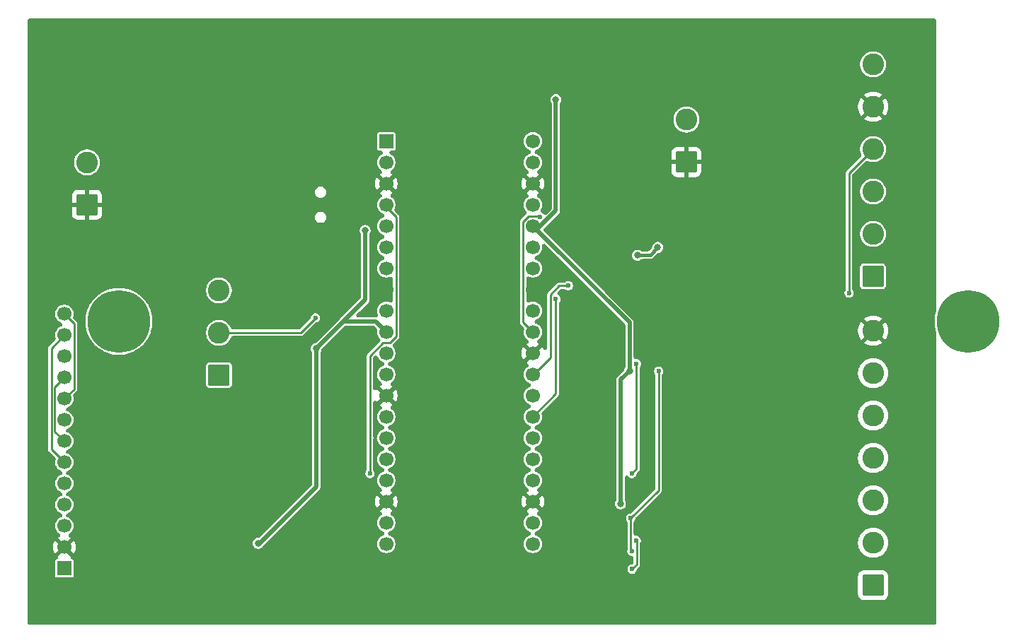
<source format=gbr>
%TF.GenerationSoftware,KiCad,Pcbnew,9.0.7*%
%TF.CreationDate,2026-02-19T13:23:01-05:00*%
%TF.ProjectId,low volt board - NL  S-3C-v2,6c6f7720-766f-46c7-9420-626f61726420,rev?*%
%TF.SameCoordinates,Original*%
%TF.FileFunction,Copper,L2,Bot*%
%TF.FilePolarity,Positive*%
%FSLAX46Y46*%
G04 Gerber Fmt 4.6, Leading zero omitted, Abs format (unit mm)*
G04 Created by KiCad (PCBNEW 9.0.7) date 2026-02-19 13:23:01*
%MOMM*%
%LPD*%
G01*
G04 APERTURE LIST*
G04 Aperture macros list*
%AMRoundRect*
0 Rectangle with rounded corners*
0 $1 Rounding radius*
0 $2 $3 $4 $5 $6 $7 $8 $9 X,Y pos of 4 corners*
0 Add a 4 corners polygon primitive as box body*
4,1,4,$2,$3,$4,$5,$6,$7,$8,$9,$2,$3,0*
0 Add four circle primitives for the rounded corners*
1,1,$1+$1,$2,$3*
1,1,$1+$1,$4,$5*
1,1,$1+$1,$6,$7*
1,1,$1+$1,$8,$9*
0 Add four rect primitives between the rounded corners*
20,1,$1+$1,$2,$3,$4,$5,0*
20,1,$1+$1,$4,$5,$6,$7,0*
20,1,$1+$1,$6,$7,$8,$9,0*
20,1,$1+$1,$8,$9,$2,$3,0*%
G04 Aperture macros list end*
%TA.AperFunction,ComponentPad*%
%ADD10RoundRect,0.250000X1.050000X-1.050000X1.050000X1.050000X-1.050000X1.050000X-1.050000X-1.050000X0*%
%TD*%
%TA.AperFunction,ComponentPad*%
%ADD11C,2.600000*%
%TD*%
%TA.AperFunction,ComponentPad*%
%ADD12C,7.500000*%
%TD*%
%TA.AperFunction,ComponentPad*%
%ADD13R,1.700000X1.700000*%
%TD*%
%TA.AperFunction,ComponentPad*%
%ADD14C,1.700000*%
%TD*%
%TA.AperFunction,ViaPad*%
%ADD15C,0.600000*%
%TD*%
%TA.AperFunction,ViaPad*%
%ADD16C,0.800000*%
%TD*%
%TA.AperFunction,Conductor*%
%ADD17C,0.500000*%
%TD*%
%TA.AperFunction,Conductor*%
%ADD18C,0.250000*%
%TD*%
%TA.AperFunction,Conductor*%
%ADD19C,0.400000*%
%TD*%
%TA.AperFunction,Conductor*%
%ADD20C,0.750000*%
%TD*%
G04 APERTURE END LIST*
D10*
%TO.P,J6,1,GND*%
%TO.N,GND*%
X60960000Y-58420000D03*
D11*
%TO.P,J6,2,IO1*%
%TO.N,/Opto In*%
X60960000Y-53340000D03*
%TD*%
D12*
%TO.P,H1,1*%
%TO.N,N/C*%
X64770000Y-72390000D03*
%TD*%
D10*
%TO.P,J4,1,Throw_A*%
%TO.N,/Rnet1*%
X76750000Y-78830000D03*
D11*
%TO.P,J4,2,Common*%
%TO.N,/A1-0*%
X76750000Y-73750000D03*
%TO.P,J4,3,Throw_B*%
%TO.N,/Rnet2*%
X76750000Y-68670000D03*
%TD*%
D10*
%TO.P,J8,1,Pin_1*%
%TO.N,GND*%
X132672500Y-53295000D03*
D11*
%TO.P,J8,2,Pin_2*%
%TO.N,+5V*%
X132672500Y-48215000D03*
%TD*%
D10*
%TO.P,J5,1,A2-0*%
%TO.N,/A2-0-E*%
X155000000Y-103995000D03*
D11*
%TO.P,J5,2,A2-1*%
%TO.N,/A2-1-E*%
X155000000Y-98915000D03*
%TO.P,J5,3,A2-2*%
%TO.N,/A2-2-E*%
X155000000Y-93835000D03*
%TO.P,J5,4,A2-3*%
%TO.N,/A2-3-E*%
X155000000Y-88755000D03*
%TO.P,J5,5,A1-2*%
%TO.N,/A1-2-E*%
X155000000Y-83675000D03*
%TO.P,J5,6,A1-3*%
%TO.N,/A1-3-E*%
X155000000Y-78595000D03*
%TO.P,J5,7,GND*%
%TO.N,GND*%
X155000000Y-73515000D03*
%TD*%
D13*
%TO.P,J1,1,GPIO20_(D_P)*%
%TO.N,unconnected-(J1-GPIO20_(D_P)-Pad1)*%
X96760000Y-50800000D03*
D14*
%TO.P,J1,2,GPIO19_(D_N)*%
%TO.N,unconnected-(J1-GPIO19_(D_N)-Pad2)*%
X96760000Y-53340000D03*
%TO.P,J1,3,GND*%
%TO.N,GND*%
X96760000Y-55880000D03*
%TO.P,J1,4,GPIO48*%
%TO.N,/IO48*%
X96760000Y-58420000D03*
%TO.P,J1,5,GPIO47*%
%TO.N,unconnected-(J1-GPIO47-Pad5)*%
X96760000Y-60960000D03*
%TO.P,J1,6,GPIO46*%
%TO.N,unconnected-(J1-GPIO46-Pad6)*%
X96760000Y-63500000D03*
%TO.P,J1,7,GPIO45*%
%TO.N,unconnected-(J1-GPIO45-Pad7)*%
X96760000Y-66040000D03*
%TO.P,J1,8,GND*%
%TO.N,GND*%
X96760000Y-68580000D03*
%TO.P,J1,9,GPIO42*%
%TO.N,unconnected-(J1-GPIO42-Pad9)*%
X96760000Y-71120000D03*
%TO.P,J1,10,GPIO41*%
%TO.N,+3.3V*%
X96760000Y-73660000D03*
%TO.P,J1,11,GPIO40*%
%TO.N,unconnected-(J1-GPIO40-Pad11)*%
X96760000Y-76200000D03*
%TO.P,J1,12,GPIO39*%
%TO.N,/IO39*%
X96760000Y-78740000D03*
%TO.P,J1,13,GND*%
%TO.N,GND*%
X96760000Y-81280000D03*
%TO.P,J1,14,GPIO38*%
%TO.N,/IO38 (SDO)*%
X96760000Y-83820000D03*
%TO.P,J1,15,GPIO37*%
%TO.N,/IO37*%
X96760000Y-86360000D03*
%TO.P,J1,16,GPIO36*%
%TO.N,/IO36*%
X96760000Y-88900000D03*
%TO.P,J1,17,GPIO35*%
%TO.N,/IO35*%
X96760000Y-91440000D03*
%TO.P,J1,18,GND*%
%TO.N,GND*%
X96760000Y-93980000D03*
%TO.P,J1,19,GPIO34*%
%TO.N,unconnected-(J1-GPIO34-Pad19)*%
X96760000Y-96520000D03*
%TO.P,J1,20,GPIO33*%
%TO.N,unconnected-(J1-GPIO33-Pad20)*%
X96760000Y-99060000D03*
%TO.P,J1,21,GPIO43_(UART0_TX)*%
%TO.N,/SDA*%
X114300000Y-99060000D03*
%TO.P,J1,22,GPIO44_(UART0_RX)*%
%TO.N,/SCL*%
X114300000Y-96520000D03*
%TO.P,J1,23,GND*%
%TO.N,GND*%
X114300000Y-93980000D03*
%TO.P,J1,24,GPIO0*%
%TO.N,unconnected-(J1-GPIO0-Pad24)*%
X114300000Y-91440000D03*
%TO.P,J1,25,GPIO1*%
%TO.N,/IO1*%
X114300000Y-88900000D03*
%TO.P,J1,26,GPIO2*%
%TO.N,/IO2*%
X114300000Y-86360000D03*
%TO.P,J1,27,GPIO3*%
%TO.N,/IO3*%
X114300000Y-83820000D03*
%TO.P,J1,28,GND*%
%TO.N,unconnected-(J1-GND-Pad28)*%
X114300000Y-81280000D03*
%TO.P,J1,29,GPIO15*%
%TO.N,/IO15*%
X114300000Y-78740000D03*
%TO.P,J1,30,CHIP_UP*%
%TO.N,GND*%
X114300000Y-76200000D03*
%TO.P,J1,31,GPIO18*%
%TO.N,/IO18*%
X114300000Y-73660000D03*
%TO.P,J1,32,GPIO16*%
%TO.N,/IO16*%
X114300000Y-71120000D03*
%TO.P,J1,33,GND*%
%TO.N,GND*%
X114300000Y-68580000D03*
%TO.P,J1,34,GPIO17*%
%TO.N,unconnected-(J1-GPIO17-Pad34)*%
X114300000Y-66040000D03*
%TO.P,J1,35,GPIO21*%
%TO.N,/Buzer-IO21*%
X114300000Y-63500000D03*
%TO.P,J1,36,3V3*%
%TO.N,+3.3V*%
X114300000Y-60960000D03*
%TO.P,J1,37,3V3_EN*%
%TO.N,unconnected-(J1-3V3_EN-Pad37)*%
X114300000Y-58420000D03*
%TO.P,J1,38,GND*%
%TO.N,GND*%
X114300000Y-55880000D03*
%TO.P,J1,39,VSYS*%
%TO.N,unconnected-(J1-VSYS-Pad39)*%
X114300000Y-53340000D03*
%TO.P,J1,40,VBUS*%
%TO.N,+5V*%
X114300000Y-50800000D03*
%TD*%
D10*
%TO.P,J3,1,IN4*%
%TO.N,/IO3*%
X155000000Y-67000000D03*
D11*
%TO.P,J3,2,IN3*%
%TO.N,/IO15*%
X155000000Y-61920000D03*
%TO.P,J3,3,IN2*%
%TO.N,/IO18*%
X155000000Y-56840000D03*
%TO.P,J3,4,IN1*%
%TO.N,/IO16*%
X155000000Y-51760000D03*
%TO.P,J3,5,GND*%
%TO.N,GND*%
X155000000Y-46680000D03*
%TO.P,J3,6,5v*%
%TO.N,+5V*%
X155000000Y-41600000D03*
%TD*%
D13*
%TO.P,J2,1,VCC*%
%TO.N,+3.3V*%
X58250000Y-101985000D03*
D14*
%TO.P,J2,2,GND*%
%TO.N,GND*%
X58250000Y-99445000D03*
%TO.P,J2,3,CS*%
%TO.N,/IO2*%
X58250000Y-96905000D03*
%TO.P,J2,4,RESET*%
%TO.N,/IO1*%
X58250000Y-94365000D03*
%TO.P,J2,5,DC*%
%TO.N,/IO48*%
X58250000Y-91825000D03*
%TO.P,J2,6,SDI(MOSI)*%
%TO.N,/IO35*%
X58250000Y-89285000D03*
%TO.P,J2,7,SCK*%
%TO.N,/IO36*%
X58250000Y-86745000D03*
%TO.P,J2,8,LED*%
%TO.N,/IO37*%
X58250000Y-84205000D03*
%TO.P,J2,9,SDO(MISO)*%
%TO.N,/IO38 (SDO)*%
X58250000Y-81665000D03*
%TO.P,J2,10,T_CLK*%
%TO.N,/IO36*%
X58250000Y-79125000D03*
%TO.P,J2,11,T_CS*%
%TO.N,/IO39*%
X58250000Y-76585000D03*
%TO.P,J2,12,T_DIN*%
%TO.N,/IO35*%
X58250000Y-74045000D03*
%TO.P,J2,13,T_DO*%
%TO.N,/IO38 (SDO)*%
X58250000Y-71505000D03*
%TD*%
D12*
%TO.P,H2,1*%
%TO.N,N/C*%
X166370000Y-72390000D03*
%TD*%
D15*
%TO.N,/IO15*%
X118562000Y-68126300D03*
%TO.N,GND*%
X92710000Y-78740000D03*
D16*
%TO.N,/Buzzer-2*%
X129245000Y-63528300D03*
X126813000Y-64466100D03*
D15*
%TO.N,/A1-0*%
X88286400Y-71980900D03*
%TO.N,/SDA*%
X129339000Y-78335600D03*
X126147000Y-99932400D03*
X125992000Y-95971900D03*
%TO.N,/SCL*%
X126700000Y-77458600D03*
X126145000Y-90612100D03*
%TO.N,/A2-0*%
X126179000Y-102082000D03*
X126683000Y-98643100D03*
%TO.N,/IO16*%
X152129000Y-68983200D03*
%TO.N,/IO3*%
X117054000Y-69709000D03*
%TO.N,/IO18*%
X115173000Y-59876700D03*
%TO.N,/IO48*%
X94799400Y-90627800D03*
D16*
%TO.N,+3.3V*%
X124781000Y-94241600D03*
X94236100Y-61492300D03*
X125862000Y-78298800D03*
X117054000Y-45800400D03*
X88383100Y-75636300D03*
X81437000Y-98979600D03*
%TO.N,GND*%
X142944000Y-43684700D03*
X131070000Y-79563500D03*
X78740000Y-53540100D03*
D15*
X121920000Y-97790000D03*
D16*
X121950000Y-77636300D03*
X141130000Y-42974100D03*
X125409000Y-60572400D03*
X131102000Y-89096500D03*
X126089000Y-43036600D03*
X134863000Y-93367500D03*
X84180500Y-57956200D03*
X139991000Y-102735000D03*
X135621000Y-43684700D03*
X131102000Y-102676000D03*
X78468900Y-58038800D03*
X131895000Y-42846000D03*
X131102000Y-96986300D03*
X131102000Y-84361900D03*
D15*
X121920000Y-78740000D03*
D16*
X92751600Y-69281500D03*
%TD*%
D17*
%TO.N,+3.3V*%
X81437000Y-98979600D02*
X81617100Y-98979600D01*
X81617100Y-98979600D02*
X88383100Y-92213600D01*
X88383100Y-92213600D02*
X88383100Y-75636300D01*
D18*
%TO.N,/IO15*%
X114300000Y-78740000D02*
X114410000Y-78740000D01*
X116400000Y-69200000D02*
X117473700Y-68126300D01*
X114410000Y-78740000D02*
X116400000Y-76750000D01*
X116400000Y-76750000D02*
X116400000Y-69200000D01*
X117473700Y-68126300D02*
X118562000Y-68126300D01*
X114300000Y-78740000D02*
X114300000Y-78850000D01*
X114300000Y-78850000D02*
X114350000Y-78900000D01*
D19*
%TO.N,/Buzzer-2*%
X128323000Y-64450000D02*
X129245000Y-63528300D01*
X126830000Y-64450000D02*
X126813000Y-64466100D01*
X128323000Y-64450000D02*
X126830000Y-64450000D01*
D18*
%TO.N,/A1-0*%
X86517300Y-73750000D02*
X88286400Y-71980900D01*
X76750000Y-73750000D02*
X86517300Y-73750000D01*
%TO.N,/SDA*%
X125992000Y-99776900D02*
X125992000Y-95971900D01*
X126147000Y-99932400D02*
X125992000Y-99776900D01*
X129339000Y-92624500D02*
X125992000Y-95971900D01*
X129339000Y-78335600D02*
X129339000Y-92624500D01*
%TO.N,/SCL*%
X126700000Y-90057100D02*
X126700000Y-77458600D01*
X126145000Y-90612100D02*
X126700000Y-90057100D01*
%TO.N,/A2-0*%
X126724000Y-98683700D02*
X126683000Y-98643100D01*
X126724000Y-101537000D02*
X126724000Y-98683700D01*
X126179000Y-102082000D02*
X126724000Y-101537000D01*
%TO.N,/IO16*%
X152129000Y-54630800D02*
X152129000Y-68983200D01*
X155000000Y-51760000D02*
X152129000Y-54630800D01*
%TO.N,/IO3*%
X117054000Y-81065800D02*
X114300000Y-83820000D01*
X117054000Y-69709000D02*
X117054000Y-81065800D01*
%TO.N,/IO18*%
X115080000Y-59783300D02*
X115173000Y-59876700D01*
X113796000Y-59783300D02*
X115080000Y-59783300D01*
X113123000Y-60456100D02*
X113796000Y-59783300D01*
X113123000Y-72483300D02*
X113123000Y-60456100D01*
X114300000Y-73660000D02*
X113123000Y-72483300D01*
%TO.N,/IO48*%
X96280800Y-58420000D02*
X96520400Y-58420000D01*
X96520400Y-58420000D02*
X96760000Y-58420000D01*
X94799400Y-76541600D02*
X94799400Y-90627800D01*
X96375700Y-74965300D02*
X94799400Y-76541600D01*
X97166500Y-74965300D02*
X96375700Y-74965300D01*
X97937500Y-74194300D02*
X97166500Y-74965300D01*
X97937500Y-59837100D02*
X97937500Y-74194300D01*
X96520400Y-58420000D02*
X97937500Y-59837100D01*
%TO.N,/IO36*%
X57100500Y-80274500D02*
X58250000Y-79125000D01*
X57100500Y-85595500D02*
X57100500Y-80274500D01*
X58250000Y-86745000D02*
X57100500Y-85595500D01*
%TO.N,/IO35*%
X56692000Y-87727000D02*
X58250000Y-89285000D01*
X56692000Y-75603000D02*
X56692000Y-87727000D01*
X58250000Y-74045000D02*
X56692000Y-75603000D01*
%TO.N,/IO38 (SDO)*%
X59399500Y-72654500D02*
X58250000Y-71505000D01*
X59399500Y-80515500D02*
X59399500Y-72654500D01*
X58250000Y-81665000D02*
X59399500Y-80515500D01*
D17*
%TO.N,+3.3V*%
X124781000Y-79380200D02*
X124781000Y-94241600D01*
X125862000Y-78298800D02*
X124781000Y-79380200D01*
X114300000Y-60960000D02*
X114766000Y-61426000D01*
X117054000Y-59137900D02*
X114766000Y-61426000D01*
X117054000Y-45800400D02*
X117054000Y-59137900D01*
X125862000Y-72522200D02*
X125862000Y-78298800D01*
X114766000Y-61426000D02*
X125862000Y-72522200D01*
X94236100Y-69783300D02*
X91599200Y-72420200D01*
X94236100Y-61492300D02*
X94236100Y-69783300D01*
X91599200Y-72420200D02*
X88383100Y-75636300D01*
X95520200Y-72420200D02*
X96760000Y-73660000D01*
X91599200Y-72420200D02*
X95520200Y-72420200D01*
D20*
%TO.N,GND*%
X114300000Y-68056700D02*
X114300000Y-68580000D01*
X122131000Y-93905700D02*
X122069000Y-93905700D01*
%TD*%
%TA.AperFunction,Conductor*%
%TO.N,GND*%
G36*
X95604302Y-76485114D02*
G01*
X95685084Y-76539090D01*
X95735143Y-76614004D01*
X95735686Y-76613728D01*
X95738019Y-76618308D01*
X95739054Y-76619856D01*
X95740122Y-76622435D01*
X95740126Y-76622443D01*
X95740127Y-76622445D01*
X95762281Y-76665925D01*
X95818770Y-76776792D01*
X95920581Y-76916922D01*
X95920583Y-76916924D01*
X95920586Y-76916928D01*
X96043072Y-77039414D01*
X96043075Y-77039416D01*
X96043077Y-77039418D01*
X96183207Y-77141229D01*
X96183209Y-77141230D01*
X96183212Y-77141232D01*
X96337555Y-77219873D01*
X96356846Y-77226141D01*
X96378530Y-77233187D01*
X96463298Y-77280659D01*
X96523446Y-77356957D01*
X96549817Y-77450464D01*
X96538398Y-77546945D01*
X96490926Y-77631713D01*
X96414628Y-77691861D01*
X96378530Y-77706813D01*
X96337562Y-77720124D01*
X96337556Y-77720126D01*
X96183207Y-77798770D01*
X96043077Y-77900581D01*
X95920581Y-78023077D01*
X95818770Y-78163207D01*
X95740126Y-78317556D01*
X95740124Y-78317562D01*
X95686597Y-78482302D01*
X95672900Y-78568781D01*
X95672900Y-78568784D01*
X95659500Y-78653389D01*
X95659500Y-78826611D01*
X95672900Y-78911215D01*
X95672900Y-78911218D01*
X95681262Y-78964011D01*
X95686598Y-78997701D01*
X95709503Y-79068195D01*
X95740124Y-79162437D01*
X95740126Y-79162443D01*
X95818770Y-79316792D01*
X95920581Y-79456922D01*
X95920583Y-79456924D01*
X95920586Y-79456928D01*
X96043072Y-79579414D01*
X96043075Y-79579416D01*
X96043079Y-79579420D01*
X96043082Y-79579422D01*
X96159899Y-79664295D01*
X96225848Y-79735638D01*
X96259475Y-79826788D01*
X96255661Y-79923868D01*
X96214986Y-80012098D01*
X96143643Y-80078047D01*
X96126586Y-80087600D01*
X96052450Y-80125374D01*
X96052441Y-80125380D01*
X95998281Y-80164728D01*
X96630591Y-80797037D01*
X96567007Y-80814075D01*
X96452993Y-80879901D01*
X96359901Y-80972993D01*
X96294075Y-81087007D01*
X96277037Y-81150590D01*
X95644728Y-80518281D01*
X95625346Y-80544960D01*
X95554003Y-80610910D01*
X95462854Y-80644537D01*
X95365773Y-80640723D01*
X95277543Y-80600049D01*
X95211593Y-80528706D01*
X95177966Y-80437557D01*
X95174900Y-80398603D01*
X95174900Y-76800277D01*
X95193854Y-76704989D01*
X95247829Y-76624208D01*
X95277574Y-76594463D01*
X95332947Y-76539089D01*
X95413725Y-76485116D01*
X95509014Y-76466161D01*
X95604302Y-76485114D01*
G37*
%TD.AperFunction*%
%TA.AperFunction,Conductor*%
G36*
X162406288Y-36079454D02*
G01*
X162487070Y-36133430D01*
X162541046Y-36214212D01*
X162560000Y-36309500D01*
X162560000Y-71131650D01*
X162549278Y-71203931D01*
X162484711Y-71416777D01*
X162408026Y-71802302D01*
X162369500Y-72193467D01*
X162369500Y-72586532D01*
X162408026Y-72977697D01*
X162484711Y-73363222D01*
X162516560Y-73468212D01*
X162548465Y-73573389D01*
X162549278Y-73576067D01*
X162560000Y-73648348D01*
X162560000Y-108470500D01*
X162541046Y-108565788D01*
X162487070Y-108646570D01*
X162406288Y-108700546D01*
X162311000Y-108719500D01*
X54089500Y-108719500D01*
X53994212Y-108700546D01*
X53913430Y-108646570D01*
X53859454Y-108565788D01*
X53840500Y-108470500D01*
X53840500Y-75553563D01*
X56316500Y-75553563D01*
X56316500Y-75553565D01*
X56316500Y-87776435D01*
X56342090Y-87871938D01*
X56346818Y-87880127D01*
X56391524Y-87957561D01*
X57138513Y-88704550D01*
X57192489Y-88785332D01*
X57211443Y-88880620D01*
X57199256Y-88957565D01*
X57176597Y-89027302D01*
X57149501Y-89198378D01*
X57149500Y-89198393D01*
X57149500Y-89371606D01*
X57149501Y-89371621D01*
X57166158Y-89476788D01*
X57176598Y-89542701D01*
X57179962Y-89553054D01*
X57230124Y-89707437D01*
X57230126Y-89707443D01*
X57308770Y-89861792D01*
X57410581Y-90001922D01*
X57410583Y-90001924D01*
X57410586Y-90001928D01*
X57533072Y-90124414D01*
X57533075Y-90124416D01*
X57533077Y-90124418D01*
X57673207Y-90226229D01*
X57673209Y-90226230D01*
X57673212Y-90226232D01*
X57827555Y-90304873D01*
X57846846Y-90311141D01*
X57868530Y-90318187D01*
X57953298Y-90365659D01*
X58013446Y-90441957D01*
X58039817Y-90535464D01*
X58028398Y-90631945D01*
X57980926Y-90716713D01*
X57904628Y-90776861D01*
X57868530Y-90791813D01*
X57827562Y-90805124D01*
X57827556Y-90805126D01*
X57673207Y-90883770D01*
X57533077Y-90985581D01*
X57410581Y-91108077D01*
X57308770Y-91248207D01*
X57230126Y-91402556D01*
X57230124Y-91402562D01*
X57176597Y-91567302D01*
X57149501Y-91738378D01*
X57149500Y-91738393D01*
X57149500Y-91911606D01*
X57149501Y-91911621D01*
X57176597Y-92082697D01*
X57230124Y-92247437D01*
X57230126Y-92247443D01*
X57308770Y-92401792D01*
X57410581Y-92541922D01*
X57410583Y-92541924D01*
X57410586Y-92541928D01*
X57533072Y-92664414D01*
X57533075Y-92664416D01*
X57533077Y-92664418D01*
X57673207Y-92766229D01*
X57673209Y-92766230D01*
X57673212Y-92766232D01*
X57827555Y-92844873D01*
X57839192Y-92848654D01*
X57868530Y-92858187D01*
X57953298Y-92905659D01*
X58013446Y-92981957D01*
X58039817Y-93075464D01*
X58028398Y-93171945D01*
X57980926Y-93256713D01*
X57904628Y-93316861D01*
X57868530Y-93331813D01*
X57827562Y-93345124D01*
X57827556Y-93345126D01*
X57673207Y-93423770D01*
X57533077Y-93525581D01*
X57410581Y-93648077D01*
X57308770Y-93788207D01*
X57230126Y-93942556D01*
X57230124Y-93942562D01*
X57176597Y-94107302D01*
X57149501Y-94278378D01*
X57149500Y-94278393D01*
X57149500Y-94451606D01*
X57149501Y-94451621D01*
X57165039Y-94549722D01*
X57176598Y-94622701D01*
X57179962Y-94633054D01*
X57230124Y-94787437D01*
X57230126Y-94787443D01*
X57308770Y-94941792D01*
X57410581Y-95081922D01*
X57410583Y-95081924D01*
X57410586Y-95081928D01*
X57533072Y-95204414D01*
X57533075Y-95204416D01*
X57533077Y-95204418D01*
X57673207Y-95306229D01*
X57673209Y-95306230D01*
X57673212Y-95306232D01*
X57827555Y-95384873D01*
X57846846Y-95391141D01*
X57868530Y-95398187D01*
X57953298Y-95445659D01*
X58013446Y-95521957D01*
X58039817Y-95615464D01*
X58028398Y-95711945D01*
X57980926Y-95796713D01*
X57904628Y-95856861D01*
X57868530Y-95871813D01*
X57827562Y-95885124D01*
X57827556Y-95885126D01*
X57673207Y-95963770D01*
X57533077Y-96065581D01*
X57410581Y-96188077D01*
X57308770Y-96328207D01*
X57230126Y-96482556D01*
X57230124Y-96482562D01*
X57176597Y-96647302D01*
X57149501Y-96818378D01*
X57149500Y-96818393D01*
X57149500Y-96991606D01*
X57149501Y-96991621D01*
X57176597Y-97162697D01*
X57230124Y-97327437D01*
X57230126Y-97327443D01*
X57308770Y-97481792D01*
X57410581Y-97621922D01*
X57410583Y-97621924D01*
X57410586Y-97621928D01*
X57533072Y-97744414D01*
X57533075Y-97744416D01*
X57533079Y-97744420D01*
X57533082Y-97744422D01*
X57649899Y-97829295D01*
X57715848Y-97900638D01*
X57749475Y-97991788D01*
X57745661Y-98088868D01*
X57704986Y-98177098D01*
X57633643Y-98243047D01*
X57616586Y-98252600D01*
X57542450Y-98290374D01*
X57542441Y-98290380D01*
X57488281Y-98329728D01*
X58120591Y-98962037D01*
X58057007Y-98979075D01*
X57942993Y-99044901D01*
X57849901Y-99137993D01*
X57784075Y-99252007D01*
X57767037Y-99315590D01*
X57134728Y-98683281D01*
X57095380Y-98737441D01*
X57095372Y-98737454D01*
X56998908Y-98926774D01*
X56998904Y-98926784D01*
X56933241Y-99128876D01*
X56900000Y-99338743D01*
X56900000Y-99551256D01*
X56933241Y-99761123D01*
X56998904Y-99963215D01*
X56998908Y-99963225D01*
X57095371Y-100152545D01*
X57095375Y-100152551D01*
X57134729Y-100206717D01*
X57767037Y-99574408D01*
X57784075Y-99637993D01*
X57849901Y-99752007D01*
X57942993Y-99845099D01*
X58057007Y-99910925D01*
X58120589Y-99927962D01*
X57488281Y-100560270D01*
X57494304Y-100636798D01*
X57482883Y-100733280D01*
X57435410Y-100818047D01*
X57359112Y-100878194D01*
X57318940Y-100892124D01*
X57302261Y-100899033D01*
X57219400Y-100954397D01*
X57219397Y-100954400D01*
X57164033Y-101037260D01*
X57149500Y-101110323D01*
X57149500Y-102859676D01*
X57164033Y-102932739D01*
X57219397Y-103015599D01*
X57219399Y-103015601D01*
X57302260Y-103070966D01*
X57375324Y-103085499D01*
X57375325Y-103085500D01*
X57375326Y-103085500D01*
X59124675Y-103085500D01*
X59124675Y-103085499D01*
X59197740Y-103070966D01*
X59280601Y-103015601D01*
X59335966Y-102932740D01*
X59343475Y-102894988D01*
X153199500Y-102894988D01*
X153199500Y-105095006D01*
X153210001Y-105197800D01*
X153265185Y-105364331D01*
X153265186Y-105364334D01*
X153357288Y-105513656D01*
X153481344Y-105637712D01*
X153630666Y-105729814D01*
X153630669Y-105729815D01*
X153630667Y-105729815D01*
X153794310Y-105784040D01*
X153797203Y-105784999D01*
X153899991Y-105795500D01*
X156100008Y-105795499D01*
X156202797Y-105784999D01*
X156369334Y-105729814D01*
X156518656Y-105637712D01*
X156642712Y-105513656D01*
X156734814Y-105364334D01*
X156789999Y-105197797D01*
X156800500Y-105095009D01*
X156800499Y-102894992D01*
X156789999Y-102792203D01*
X156734814Y-102625666D01*
X156642712Y-102476344D01*
X156518656Y-102352288D01*
X156369334Y-102260186D01*
X156369332Y-102260185D01*
X156369330Y-102260184D01*
X156369332Y-102260184D01*
X156202802Y-102205002D01*
X156202798Y-102205001D01*
X156202797Y-102205001D01*
X156100009Y-102194500D01*
X156100005Y-102194500D01*
X153899993Y-102194500D01*
X153797199Y-102205001D01*
X153630667Y-102260185D01*
X153481346Y-102352286D01*
X153357286Y-102476346D01*
X153265184Y-102625668D01*
X153210002Y-102792197D01*
X153210001Y-102792204D01*
X153199500Y-102894988D01*
X59343475Y-102894988D01*
X59350500Y-102859674D01*
X59350500Y-101110326D01*
X59335966Y-101037260D01*
X59280601Y-100954399D01*
X59280599Y-100954397D01*
X59225607Y-100917653D01*
X59197740Y-100899034D01*
X59197739Y-100899033D01*
X59197738Y-100899033D01*
X59175081Y-100889648D01*
X59175660Y-100888249D01*
X59115589Y-100863367D01*
X59046890Y-100794668D01*
X59009711Y-100704908D01*
X59005694Y-100636797D01*
X59011716Y-100560270D01*
X58379408Y-99927962D01*
X58442993Y-99910925D01*
X58557007Y-99845099D01*
X58650099Y-99752007D01*
X58715925Y-99637993D01*
X58732962Y-99574408D01*
X59365270Y-100206716D01*
X59404624Y-100152551D01*
X59501091Y-99963224D01*
X59501095Y-99963215D01*
X59566758Y-99761123D01*
X59599999Y-99551256D01*
X59600000Y-99551244D01*
X59600000Y-99338755D01*
X59599999Y-99338743D01*
X59566758Y-99128876D01*
X59518465Y-98980243D01*
X59518464Y-98980241D01*
X59501093Y-98926779D01*
X59501091Y-98926774D01*
X59495361Y-98915528D01*
X80786500Y-98915528D01*
X80786500Y-99043671D01*
X80811498Y-99169342D01*
X80860532Y-99287722D01*
X80860535Y-99287727D01*
X80931724Y-99394269D01*
X81022331Y-99484876D01*
X81128873Y-99556065D01*
X81128875Y-99556065D01*
X81128877Y-99556067D01*
X81163549Y-99570428D01*
X81247256Y-99605101D01*
X81372929Y-99630099D01*
X81372930Y-99630100D01*
X81372931Y-99630100D01*
X81501070Y-99630100D01*
X81501070Y-99630099D01*
X81626744Y-99605101D01*
X81745127Y-99556065D01*
X81851669Y-99484876D01*
X81942276Y-99394269D01*
X81993153Y-99318124D01*
X82024111Y-99280401D01*
X88783600Y-92520914D01*
X88849492Y-92406786D01*
X88883600Y-92279492D01*
X88883600Y-92147708D01*
X88883600Y-76133650D01*
X88902554Y-76038362D01*
X88911939Y-76015704D01*
X88959565Y-75944427D01*
X89008601Y-75826044D01*
X89025326Y-75741962D01*
X89034710Y-75719308D01*
X89048333Y-75698918D01*
X89057719Y-75676260D01*
X89088681Y-75638531D01*
X91733583Y-72993630D01*
X91814365Y-72939654D01*
X91909653Y-72920700D01*
X95209746Y-72920700D01*
X95305034Y-72939654D01*
X95385816Y-72993630D01*
X95611637Y-73219451D01*
X95665613Y-73300233D01*
X95684567Y-73395521D01*
X95681502Y-73434472D01*
X95659500Y-73573388D01*
X95659500Y-73746606D01*
X95659501Y-73746621D01*
X95679364Y-73872027D01*
X95686598Y-73917701D01*
X95740127Y-74082445D01*
X95746442Y-74094839D01*
X95818770Y-74236792D01*
X95920581Y-74376922D01*
X95920583Y-74376924D01*
X95920586Y-74376928D01*
X96000743Y-74457085D01*
X96054717Y-74537864D01*
X96073671Y-74633152D01*
X96054717Y-74728440D01*
X96000742Y-74809219D01*
X95351901Y-75458062D01*
X94498924Y-76311039D01*
X94449490Y-76396662D01*
X94423900Y-76492163D01*
X94423900Y-90121636D01*
X94404946Y-90216924D01*
X94366242Y-90274855D01*
X94368826Y-90276838D01*
X94358888Y-90289788D01*
X94286417Y-90415312D01*
X94286415Y-90415317D01*
X94248900Y-90555324D01*
X94248900Y-90700275D01*
X94286415Y-90840282D01*
X94286417Y-90840287D01*
X94358888Y-90965811D01*
X94358889Y-90965812D01*
X94358891Y-90965815D01*
X94461385Y-91068309D01*
X94586915Y-91140784D01*
X94726925Y-91178300D01*
X94871874Y-91178300D01*
X94871875Y-91178300D01*
X95011885Y-91140784D01*
X95137415Y-91068309D01*
X95239909Y-90965815D01*
X95312384Y-90840285D01*
X95349900Y-90700275D01*
X95349900Y-90555325D01*
X95312384Y-90415315D01*
X95256307Y-90318187D01*
X95239911Y-90289788D01*
X95229974Y-90276838D01*
X95232558Y-90274854D01*
X95193841Y-90216892D01*
X95174900Y-90121636D01*
X95174900Y-86550812D01*
X95193854Y-86455524D01*
X95247830Y-86374742D01*
X95270272Y-86359746D01*
X95222455Y-86315545D01*
X95181780Y-86227315D01*
X95174900Y-86169187D01*
X95174900Y-82161395D01*
X95193854Y-82066107D01*
X95247830Y-81985325D01*
X95328612Y-81931349D01*
X95423900Y-81912395D01*
X95519188Y-81931349D01*
X95599970Y-81985325D01*
X95625345Y-82015036D01*
X95644729Y-82041716D01*
X96277037Y-81409408D01*
X96294075Y-81472993D01*
X96359901Y-81587007D01*
X96452993Y-81680099D01*
X96567007Y-81745925D01*
X96630589Y-81762962D01*
X95998282Y-82395269D01*
X95998282Y-82395270D01*
X96052445Y-82434622D01*
X96126584Y-82472398D01*
X96202882Y-82532546D01*
X96250354Y-82617313D01*
X96261773Y-82713795D01*
X96235402Y-82807302D01*
X96175254Y-82883600D01*
X96159900Y-82895704D01*
X96043078Y-82980580D01*
X95920581Y-83103077D01*
X95818770Y-83243207D01*
X95740126Y-83397556D01*
X95740124Y-83397562D01*
X95686597Y-83562302D01*
X95672900Y-83648781D01*
X95672900Y-83648784D01*
X95659500Y-83733389D01*
X95659500Y-83906611D01*
X95672900Y-83991215D01*
X95672900Y-83991218D01*
X95678570Y-84027014D01*
X95686598Y-84077701D01*
X95699820Y-84118393D01*
X95740124Y-84242437D01*
X95740126Y-84242443D01*
X95818770Y-84396792D01*
X95920581Y-84536922D01*
X95920583Y-84536924D01*
X95920586Y-84536928D01*
X96043072Y-84659414D01*
X96043075Y-84659416D01*
X96043077Y-84659418D01*
X96183207Y-84761229D01*
X96183209Y-84761230D01*
X96183212Y-84761232D01*
X96337555Y-84839873D01*
X96356846Y-84846141D01*
X96378530Y-84853187D01*
X96463298Y-84900659D01*
X96523446Y-84976957D01*
X96549817Y-85070464D01*
X96538398Y-85166945D01*
X96490926Y-85251713D01*
X96414628Y-85311861D01*
X96378530Y-85326813D01*
X96337562Y-85340124D01*
X96337556Y-85340126D01*
X96183207Y-85418770D01*
X96043077Y-85520581D01*
X95920581Y-85643077D01*
X95818770Y-85783207D01*
X95740126Y-85937556D01*
X95740124Y-85937562D01*
X95686597Y-86102302D01*
X95669834Y-86208139D01*
X95636207Y-86299289D01*
X95579253Y-86360900D01*
X95599970Y-86374742D01*
X95653946Y-86455524D01*
X95669834Y-86511860D01*
X95686597Y-86617697D01*
X95686598Y-86617701D01*
X95699820Y-86658393D01*
X95740124Y-86782437D01*
X95740126Y-86782443D01*
X95818770Y-86936792D01*
X95920581Y-87076922D01*
X95920583Y-87076924D01*
X95920586Y-87076928D01*
X96043072Y-87199414D01*
X96043075Y-87199416D01*
X96043077Y-87199418D01*
X96183207Y-87301229D01*
X96183209Y-87301230D01*
X96183212Y-87301232D01*
X96337555Y-87379873D01*
X96356846Y-87386141D01*
X96378530Y-87393187D01*
X96463298Y-87440659D01*
X96523446Y-87516957D01*
X96549817Y-87610464D01*
X96538398Y-87706945D01*
X96490926Y-87791713D01*
X96414628Y-87851861D01*
X96378530Y-87866813D01*
X96337562Y-87880124D01*
X96337556Y-87880126D01*
X96183207Y-87958770D01*
X96043077Y-88060581D01*
X95920581Y-88183077D01*
X95818770Y-88323207D01*
X95740126Y-88477556D01*
X95740124Y-88477562D01*
X95686597Y-88642302D01*
X95673622Y-88724221D01*
X95673622Y-88724225D01*
X95659500Y-88813389D01*
X95659500Y-88986611D01*
X95686598Y-89157701D01*
X95699820Y-89198393D01*
X95740124Y-89322437D01*
X95740126Y-89322443D01*
X95818770Y-89476792D01*
X95920581Y-89616922D01*
X95920583Y-89616924D01*
X95920586Y-89616928D01*
X96043072Y-89739414D01*
X96043075Y-89739416D01*
X96043077Y-89739418D01*
X96183207Y-89841229D01*
X96183209Y-89841230D01*
X96183212Y-89841232D01*
X96337555Y-89919873D01*
X96356846Y-89926141D01*
X96378530Y-89933187D01*
X96463298Y-89980659D01*
X96523446Y-90056957D01*
X96549817Y-90150464D01*
X96538398Y-90246945D01*
X96490926Y-90331713D01*
X96414628Y-90391861D01*
X96378530Y-90406813D01*
X96337562Y-90420124D01*
X96337556Y-90420126D01*
X96183207Y-90498770D01*
X96043077Y-90600581D01*
X95920581Y-90723077D01*
X95818770Y-90863208D01*
X95818766Y-90863214D01*
X95817740Y-90865228D01*
X95817736Y-90865236D01*
X95740127Y-91017555D01*
X95687332Y-91180038D01*
X95687331Y-91180042D01*
X95686596Y-91182302D01*
X95659501Y-91353378D01*
X95659500Y-91353393D01*
X95659500Y-91526606D01*
X95659501Y-91526621D01*
X95686597Y-91697697D01*
X95686598Y-91697701D01*
X95699820Y-91738393D01*
X95740124Y-91862437D01*
X95740126Y-91862443D01*
X95818770Y-92016792D01*
X95920581Y-92156922D01*
X95920583Y-92156924D01*
X95920586Y-92156928D01*
X96043072Y-92279414D01*
X96043075Y-92279416D01*
X96043079Y-92279420D01*
X96043082Y-92279422D01*
X96159899Y-92364295D01*
X96225848Y-92435638D01*
X96259475Y-92526788D01*
X96255661Y-92623868D01*
X96214986Y-92712098D01*
X96143643Y-92778047D01*
X96126586Y-92787600D01*
X96052450Y-92825374D01*
X96052441Y-92825380D01*
X95998281Y-92864728D01*
X96630591Y-93497037D01*
X96567007Y-93514075D01*
X96452993Y-93579901D01*
X96359901Y-93672993D01*
X96294075Y-93787007D01*
X96277037Y-93850590D01*
X95644728Y-93218281D01*
X95605380Y-93272441D01*
X95605372Y-93272454D01*
X95508908Y-93461774D01*
X95508904Y-93461784D01*
X95443241Y-93663876D01*
X95410000Y-93873743D01*
X95410000Y-94086256D01*
X95443241Y-94296123D01*
X95508904Y-94498215D01*
X95508908Y-94498225D01*
X95605371Y-94687545D01*
X95605375Y-94687551D01*
X95644729Y-94741717D01*
X96277037Y-94109408D01*
X96294075Y-94172993D01*
X96359901Y-94287007D01*
X96452993Y-94380099D01*
X96567007Y-94445925D01*
X96630589Y-94462962D01*
X95998282Y-95095269D01*
X95998282Y-95095270D01*
X96052445Y-95134622D01*
X96126584Y-95172398D01*
X96202882Y-95232546D01*
X96250354Y-95317313D01*
X96261773Y-95413795D01*
X96235402Y-95507302D01*
X96175254Y-95583600D01*
X96159900Y-95595704D01*
X96043078Y-95680580D01*
X95920581Y-95803077D01*
X95818770Y-95943207D01*
X95740126Y-96097556D01*
X95740124Y-96097562D01*
X95686597Y-96262302D01*
X95659501Y-96433378D01*
X95659500Y-96433393D01*
X95659500Y-96606606D01*
X95659501Y-96606621D01*
X95686597Y-96777697D01*
X95686598Y-96777701D01*
X95699820Y-96818393D01*
X95740124Y-96942437D01*
X95740126Y-96942443D01*
X95818770Y-97096792D01*
X95920581Y-97236922D01*
X95920583Y-97236924D01*
X95920586Y-97236928D01*
X96043072Y-97359414D01*
X96043075Y-97359416D01*
X96043077Y-97359418D01*
X96183207Y-97461229D01*
X96183209Y-97461230D01*
X96183212Y-97461232D01*
X96337555Y-97539873D01*
X96356846Y-97546141D01*
X96378530Y-97553187D01*
X96463298Y-97600659D01*
X96523446Y-97676957D01*
X96549817Y-97770464D01*
X96538398Y-97866945D01*
X96490926Y-97951713D01*
X96414628Y-98011861D01*
X96378530Y-98026813D01*
X96337562Y-98040124D01*
X96337556Y-98040126D01*
X96183207Y-98118770D01*
X96043077Y-98220581D01*
X95920581Y-98343077D01*
X95818770Y-98483207D01*
X95740126Y-98637556D01*
X95740124Y-98637562D01*
X95686597Y-98802302D01*
X95659501Y-98973378D01*
X95659500Y-98973393D01*
X95659500Y-99146606D01*
X95659501Y-99146621D01*
X95686597Y-99317697D01*
X95740124Y-99482437D01*
X95740126Y-99482443D01*
X95818770Y-99636792D01*
X95920581Y-99776922D01*
X95920583Y-99776924D01*
X95920586Y-99776928D01*
X96043072Y-99899414D01*
X96043075Y-99899416D01*
X96043077Y-99899418D01*
X96183207Y-100001229D01*
X96183209Y-100001230D01*
X96183212Y-100001232D01*
X96337555Y-100079873D01*
X96502299Y-100133402D01*
X96673389Y-100160500D01*
X96673393Y-100160500D01*
X96846607Y-100160500D01*
X96846611Y-100160500D01*
X97017701Y-100133402D01*
X97182445Y-100079873D01*
X97336788Y-100001232D01*
X97476928Y-99899414D01*
X97599414Y-99776928D01*
X97701232Y-99636788D01*
X97779873Y-99482445D01*
X97833402Y-99317701D01*
X97860500Y-99146611D01*
X97860500Y-98973389D01*
X97833402Y-98802299D01*
X97779873Y-98637555D01*
X97701232Y-98483212D01*
X97701230Y-98483209D01*
X97701229Y-98483207D01*
X97599418Y-98343077D01*
X97599416Y-98343075D01*
X97599414Y-98343072D01*
X97476928Y-98220586D01*
X97476924Y-98220583D01*
X97476922Y-98220581D01*
X97336792Y-98118770D01*
X97182443Y-98040126D01*
X97182434Y-98040122D01*
X97141470Y-98026813D01*
X97056702Y-97979342D01*
X96996554Y-97903045D01*
X96970182Y-97809538D01*
X96981601Y-97713056D01*
X97029072Y-97628288D01*
X97105369Y-97568140D01*
X97141470Y-97553187D01*
X97182434Y-97539877D01*
X97182437Y-97539875D01*
X97182445Y-97539873D01*
X97336788Y-97461232D01*
X97476928Y-97359414D01*
X97599414Y-97236928D01*
X97701232Y-97096788D01*
X97779873Y-96942445D01*
X97833402Y-96777701D01*
X97860500Y-96606611D01*
X97860500Y-96433389D01*
X97833402Y-96262299D01*
X97779873Y-96097555D01*
X97701232Y-95943212D01*
X97701230Y-95943209D01*
X97701229Y-95943207D01*
X97599418Y-95803077D01*
X97599416Y-95803075D01*
X97599414Y-95803072D01*
X97476928Y-95680586D01*
X97476924Y-95680583D01*
X97476922Y-95680581D01*
X97360099Y-95595704D01*
X97294150Y-95524361D01*
X97260524Y-95433211D01*
X97264338Y-95336131D01*
X97305013Y-95247900D01*
X97376356Y-95181951D01*
X97393415Y-95172398D01*
X97467553Y-95134622D01*
X97521716Y-95095270D01*
X96889408Y-94462962D01*
X96952993Y-94445925D01*
X97067007Y-94380099D01*
X97160099Y-94287007D01*
X97225925Y-94172993D01*
X97242962Y-94109408D01*
X97875270Y-94741716D01*
X97914624Y-94687551D01*
X98011091Y-94498224D01*
X98011095Y-94498215D01*
X98076758Y-94296123D01*
X98109999Y-94086256D01*
X98110000Y-94086244D01*
X98110000Y-93873755D01*
X98109999Y-93873743D01*
X98076758Y-93663876D01*
X98011095Y-93461784D01*
X98011091Y-93461774D01*
X97914624Y-93272448D01*
X97875270Y-93218282D01*
X97875269Y-93218282D01*
X97242962Y-93850589D01*
X97225925Y-93787007D01*
X97160099Y-93672993D01*
X97067007Y-93579901D01*
X96952993Y-93514075D01*
X96889408Y-93497037D01*
X97521717Y-92864729D01*
X97467551Y-92825375D01*
X97467544Y-92825371D01*
X97393414Y-92787600D01*
X97317117Y-92727452D01*
X97269645Y-92642685D01*
X97258226Y-92546203D01*
X97284598Y-92452696D01*
X97344746Y-92376399D01*
X97360087Y-92364304D01*
X97476928Y-92279414D01*
X97599414Y-92156928D01*
X97701232Y-92016788D01*
X97779873Y-91862445D01*
X97833402Y-91697701D01*
X97860500Y-91526611D01*
X97860500Y-91353389D01*
X97833402Y-91182299D01*
X97779873Y-91017555D01*
X97701232Y-90863212D01*
X97701230Y-90863209D01*
X97701229Y-90863207D01*
X97599418Y-90723077D01*
X97599416Y-90723075D01*
X97599414Y-90723072D01*
X97476928Y-90600586D01*
X97476924Y-90600583D01*
X97476922Y-90600581D01*
X97336792Y-90498770D01*
X97182443Y-90420126D01*
X97182434Y-90420122D01*
X97141470Y-90406813D01*
X97056702Y-90359342D01*
X96996554Y-90283045D01*
X96970182Y-90189538D01*
X96981601Y-90093056D01*
X97029072Y-90008288D01*
X97105369Y-89948140D01*
X97141470Y-89933187D01*
X97182434Y-89919877D01*
X97182437Y-89919875D01*
X97182445Y-89919873D01*
X97336788Y-89841232D01*
X97476928Y-89739414D01*
X97599414Y-89616928D01*
X97701232Y-89476788D01*
X97779873Y-89322445D01*
X97833402Y-89157701D01*
X97860500Y-88986611D01*
X97860500Y-88813389D01*
X97833402Y-88642299D01*
X97779873Y-88477555D01*
X97701232Y-88323212D01*
X97701230Y-88323209D01*
X97701229Y-88323207D01*
X97599418Y-88183077D01*
X97599416Y-88183075D01*
X97599414Y-88183072D01*
X97476928Y-88060586D01*
X97476924Y-88060583D01*
X97476922Y-88060581D01*
X97336792Y-87958770D01*
X97182443Y-87880126D01*
X97182434Y-87880122D01*
X97141470Y-87866813D01*
X97056702Y-87819342D01*
X96996554Y-87743045D01*
X96970182Y-87649538D01*
X96981601Y-87553056D01*
X97029072Y-87468288D01*
X97105369Y-87408140D01*
X97141470Y-87393187D01*
X97182434Y-87379877D01*
X97182437Y-87379875D01*
X97182445Y-87379873D01*
X97336788Y-87301232D01*
X97476928Y-87199414D01*
X97599414Y-87076928D01*
X97701232Y-86936788D01*
X97779873Y-86782445D01*
X97833402Y-86617701D01*
X97860500Y-86446611D01*
X97860500Y-86273389D01*
X97833402Y-86102299D01*
X97779873Y-85937555D01*
X97701232Y-85783212D01*
X97701230Y-85783209D01*
X97701229Y-85783207D01*
X97599418Y-85643077D01*
X97599416Y-85643075D01*
X97599414Y-85643072D01*
X97476928Y-85520586D01*
X97476924Y-85520583D01*
X97476922Y-85520581D01*
X97336792Y-85418770D01*
X97182443Y-85340126D01*
X97182434Y-85340122D01*
X97141470Y-85326813D01*
X97056702Y-85279342D01*
X96996554Y-85203045D01*
X96970182Y-85109538D01*
X96981601Y-85013056D01*
X97029072Y-84928288D01*
X97105369Y-84868140D01*
X97141470Y-84853187D01*
X97182434Y-84839877D01*
X97182437Y-84839875D01*
X97182445Y-84839873D01*
X97336788Y-84761232D01*
X97476928Y-84659414D01*
X97599414Y-84536928D01*
X97701232Y-84396788D01*
X97779873Y-84242445D01*
X97833402Y-84077701D01*
X97860500Y-83906611D01*
X97860500Y-83733389D01*
X97833402Y-83562299D01*
X97779873Y-83397555D01*
X97701232Y-83243212D01*
X97701230Y-83243209D01*
X97701229Y-83243207D01*
X97599418Y-83103077D01*
X97599416Y-83103075D01*
X97599414Y-83103072D01*
X97476928Y-82980586D01*
X97476924Y-82980583D01*
X97476922Y-82980581D01*
X97360099Y-82895704D01*
X97294150Y-82824361D01*
X97260524Y-82733211D01*
X97264338Y-82636131D01*
X97305013Y-82547900D01*
X97376356Y-82481951D01*
X97393415Y-82472398D01*
X97467553Y-82434622D01*
X97521716Y-82395270D01*
X96889408Y-81762962D01*
X96952993Y-81745925D01*
X97067007Y-81680099D01*
X97160099Y-81587007D01*
X97225925Y-81472993D01*
X97242962Y-81409408D01*
X97875270Y-82041716D01*
X97914624Y-81987551D01*
X98011091Y-81798224D01*
X98011095Y-81798215D01*
X98076758Y-81596123D01*
X98109999Y-81386256D01*
X98110000Y-81386244D01*
X98110000Y-81173755D01*
X98109999Y-81173743D01*
X98076758Y-80963876D01*
X98011095Y-80761784D01*
X98011091Y-80761774D01*
X97914624Y-80572448D01*
X97875270Y-80518282D01*
X97875269Y-80518282D01*
X97242962Y-81150589D01*
X97225925Y-81087007D01*
X97160099Y-80972993D01*
X97067007Y-80879901D01*
X96952993Y-80814075D01*
X96889408Y-80797037D01*
X97521717Y-80164729D01*
X97467551Y-80125375D01*
X97467544Y-80125371D01*
X97393414Y-80087600D01*
X97317117Y-80027452D01*
X97269645Y-79942685D01*
X97258226Y-79846203D01*
X97284598Y-79752696D01*
X97344746Y-79676399D01*
X97360087Y-79664304D01*
X97476928Y-79579414D01*
X97599414Y-79456928D01*
X97701232Y-79316788D01*
X97779873Y-79162445D01*
X97833402Y-78997701D01*
X97860500Y-78826611D01*
X97860500Y-78653389D01*
X97833402Y-78482299D01*
X97779873Y-78317555D01*
X97701232Y-78163212D01*
X97701230Y-78163209D01*
X97701229Y-78163207D01*
X97599418Y-78023077D01*
X97599416Y-78023075D01*
X97599414Y-78023072D01*
X97476928Y-77900586D01*
X97476924Y-77900583D01*
X97476922Y-77900581D01*
X97336792Y-77798770D01*
X97182443Y-77720126D01*
X97182434Y-77720122D01*
X97141470Y-77706813D01*
X97056702Y-77659342D01*
X96996554Y-77583045D01*
X96970182Y-77489538D01*
X96981601Y-77393056D01*
X97029072Y-77308288D01*
X97105369Y-77248140D01*
X97141470Y-77233187D01*
X97182434Y-77219877D01*
X97182437Y-77219875D01*
X97182445Y-77219873D01*
X97336788Y-77141232D01*
X97476928Y-77039414D01*
X97599414Y-76916928D01*
X97701232Y-76776788D01*
X97779873Y-76622445D01*
X97833402Y-76457701D01*
X97860500Y-76286611D01*
X97860500Y-76113389D01*
X97833402Y-75942299D01*
X97779873Y-75777555D01*
X97701232Y-75623212D01*
X97701230Y-75623209D01*
X97701229Y-75623207D01*
X97599418Y-75483077D01*
X97599416Y-75483075D01*
X97599414Y-75483072D01*
X97565655Y-75449313D01*
X97522941Y-75385386D01*
X97511685Y-75368541D01*
X97511684Y-75368538D01*
X97511682Y-75368535D01*
X97499481Y-75307199D01*
X97492728Y-75273254D01*
X97492728Y-75273247D01*
X97502176Y-75225749D01*
X97511679Y-75177965D01*
X97511682Y-75177959D01*
X97565654Y-75097182D01*
X98237975Y-74424863D01*
X98287411Y-74339237D01*
X98313000Y-74243736D01*
X98313000Y-74144864D01*
X98313000Y-60521780D01*
X112747491Y-60521780D01*
X112747500Y-60521917D01*
X112747500Y-72417965D01*
X112747492Y-72418091D01*
X112747500Y-72483348D01*
X112747500Y-72532736D01*
X112747504Y-72532780D01*
X112759736Y-72578404D01*
X112759744Y-72578433D01*
X112773091Y-72628243D01*
X112773103Y-72628274D01*
X112797699Y-72670864D01*
X112797712Y-72670885D01*
X112822528Y-72713867D01*
X112822553Y-72713899D01*
X112857933Y-72749270D01*
X112857951Y-72749297D01*
X112857956Y-72749293D01*
X112904834Y-72796171D01*
X112904925Y-72796250D01*
X113188437Y-73079690D01*
X113242424Y-73160465D01*
X113261390Y-73255750D01*
X113249203Y-73332726D01*
X113226597Y-73402298D01*
X113226597Y-73402301D01*
X113199501Y-73573378D01*
X113199500Y-73573393D01*
X113199500Y-73746606D01*
X113199501Y-73746621D01*
X113219364Y-73872027D01*
X113226598Y-73917701D01*
X113280127Y-74082445D01*
X113286442Y-74094839D01*
X113358770Y-74236792D01*
X113460581Y-74376922D01*
X113460583Y-74376924D01*
X113460586Y-74376928D01*
X113583072Y-74499414D01*
X113583075Y-74499416D01*
X113583079Y-74499420D01*
X113583082Y-74499422D01*
X113699899Y-74584295D01*
X113765848Y-74655638D01*
X113799475Y-74746788D01*
X113795661Y-74843868D01*
X113754986Y-74932098D01*
X113683643Y-74998047D01*
X113666586Y-75007600D01*
X113592450Y-75045374D01*
X113592441Y-75045380D01*
X113538281Y-75084728D01*
X114170591Y-75717037D01*
X114107007Y-75734075D01*
X113992993Y-75799901D01*
X113899901Y-75892993D01*
X113834075Y-76007007D01*
X113817037Y-76070590D01*
X113184728Y-75438281D01*
X113145380Y-75492441D01*
X113145372Y-75492454D01*
X113048908Y-75681774D01*
X113048904Y-75681784D01*
X112983241Y-75883876D01*
X112950000Y-76093743D01*
X112950000Y-76306256D01*
X112983241Y-76516123D01*
X113048904Y-76718215D01*
X113048908Y-76718225D01*
X113145371Y-76907545D01*
X113145375Y-76907551D01*
X113184729Y-76961717D01*
X113817037Y-76329408D01*
X113834075Y-76392993D01*
X113899901Y-76507007D01*
X113992993Y-76600099D01*
X114107007Y-76665925D01*
X114170590Y-76682962D01*
X113538282Y-77315269D01*
X113538282Y-77315270D01*
X113592445Y-77354622D01*
X113666584Y-77392398D01*
X113742882Y-77452546D01*
X113790354Y-77537313D01*
X113801773Y-77633795D01*
X113775402Y-77727302D01*
X113715254Y-77803600D01*
X113699900Y-77815704D01*
X113583078Y-77900580D01*
X113460581Y-78023077D01*
X113358770Y-78163207D01*
X113280126Y-78317556D01*
X113280124Y-78317562D01*
X113226597Y-78482302D01*
X113199501Y-78653378D01*
X113199500Y-78653393D01*
X113199500Y-78826606D01*
X113199501Y-78826621D01*
X113221262Y-78964011D01*
X113226598Y-78997701D01*
X113249503Y-79068195D01*
X113280124Y-79162437D01*
X113280126Y-79162443D01*
X113358770Y-79316792D01*
X113460581Y-79456922D01*
X113460583Y-79456924D01*
X113460586Y-79456928D01*
X113583072Y-79579414D01*
X113583075Y-79579416D01*
X113583077Y-79579418D01*
X113723207Y-79681229D01*
X113723209Y-79681230D01*
X113723212Y-79681232D01*
X113877555Y-79759873D01*
X113896846Y-79766141D01*
X113918530Y-79773187D01*
X114003298Y-79820659D01*
X114063446Y-79896957D01*
X114089817Y-79990464D01*
X114078398Y-80086945D01*
X114030926Y-80171713D01*
X113954628Y-80231861D01*
X113918530Y-80246813D01*
X113877562Y-80260124D01*
X113877556Y-80260126D01*
X113723207Y-80338770D01*
X113583077Y-80440581D01*
X113460581Y-80563077D01*
X113358770Y-80703207D01*
X113280126Y-80857556D01*
X113280124Y-80857562D01*
X113226597Y-81022302D01*
X113199501Y-81193378D01*
X113199500Y-81193393D01*
X113199500Y-81366606D01*
X113199501Y-81366621D01*
X113202611Y-81386256D01*
X113226598Y-81537701D01*
X113239820Y-81578393D01*
X113280124Y-81702437D01*
X113280126Y-81702443D01*
X113358770Y-81856792D01*
X113460581Y-81996922D01*
X113460583Y-81996924D01*
X113460586Y-81996928D01*
X113583072Y-82119414D01*
X113583075Y-82119416D01*
X113583077Y-82119418D01*
X113723207Y-82221229D01*
X113723209Y-82221230D01*
X113723212Y-82221232D01*
X113877555Y-82299873D01*
X113896846Y-82306141D01*
X113918530Y-82313187D01*
X114003298Y-82360659D01*
X114063446Y-82436957D01*
X114089817Y-82530464D01*
X114078398Y-82626945D01*
X114030926Y-82711713D01*
X113954628Y-82771861D01*
X113918530Y-82786813D01*
X113877562Y-82800124D01*
X113877556Y-82800126D01*
X113723207Y-82878770D01*
X113583077Y-82980581D01*
X113460581Y-83103077D01*
X113358770Y-83243207D01*
X113280126Y-83397556D01*
X113280124Y-83397562D01*
X113226597Y-83562302D01*
X113199501Y-83733378D01*
X113199500Y-83733393D01*
X113199500Y-83906606D01*
X113199501Y-83906621D01*
X113218570Y-84027014D01*
X113226598Y-84077701D01*
X113239820Y-84118393D01*
X113280124Y-84242437D01*
X113280126Y-84242443D01*
X113358770Y-84396792D01*
X113460581Y-84536922D01*
X113460583Y-84536924D01*
X113460586Y-84536928D01*
X113583072Y-84659414D01*
X113583075Y-84659416D01*
X113583077Y-84659418D01*
X113723207Y-84761229D01*
X113723209Y-84761230D01*
X113723212Y-84761232D01*
X113877555Y-84839873D01*
X113896846Y-84846141D01*
X113918530Y-84853187D01*
X114003298Y-84900659D01*
X114063446Y-84976957D01*
X114089817Y-85070464D01*
X114078398Y-85166945D01*
X114030926Y-85251713D01*
X113954628Y-85311861D01*
X113918530Y-85326813D01*
X113877562Y-85340124D01*
X113877556Y-85340126D01*
X113723207Y-85418770D01*
X113583077Y-85520581D01*
X113460581Y-85643077D01*
X113358770Y-85783207D01*
X113280126Y-85937556D01*
X113280124Y-85937562D01*
X113226597Y-86102302D01*
X113199501Y-86273378D01*
X113199500Y-86273393D01*
X113199500Y-86446606D01*
X113199501Y-86446621D01*
X113226597Y-86617697D01*
X113226598Y-86617701D01*
X113239820Y-86658393D01*
X113280124Y-86782437D01*
X113280126Y-86782443D01*
X113358770Y-86936792D01*
X113460581Y-87076922D01*
X113460583Y-87076924D01*
X113460586Y-87076928D01*
X113583072Y-87199414D01*
X113583075Y-87199416D01*
X113583077Y-87199418D01*
X113723207Y-87301229D01*
X113723209Y-87301230D01*
X113723212Y-87301232D01*
X113877555Y-87379873D01*
X113896846Y-87386141D01*
X113918530Y-87393187D01*
X114003298Y-87440659D01*
X114063446Y-87516957D01*
X114089817Y-87610464D01*
X114078398Y-87706945D01*
X114030926Y-87791713D01*
X113954628Y-87851861D01*
X113918530Y-87866813D01*
X113877562Y-87880124D01*
X113877556Y-87880126D01*
X113723207Y-87958770D01*
X113583077Y-88060581D01*
X113460581Y-88183077D01*
X113358770Y-88323207D01*
X113280126Y-88477556D01*
X113280124Y-88477562D01*
X113226597Y-88642302D01*
X113199501Y-88813378D01*
X113199500Y-88813393D01*
X113199500Y-88986606D01*
X113199501Y-88986621D01*
X113218570Y-89107014D01*
X113226598Y-89157701D01*
X113239820Y-89198393D01*
X113280124Y-89322437D01*
X113280126Y-89322443D01*
X113358770Y-89476792D01*
X113460581Y-89616922D01*
X113460583Y-89616924D01*
X113460586Y-89616928D01*
X113583072Y-89739414D01*
X113583075Y-89739416D01*
X113583077Y-89739418D01*
X113723207Y-89841229D01*
X113723209Y-89841230D01*
X113723212Y-89841232D01*
X113877555Y-89919873D01*
X113896846Y-89926141D01*
X113918530Y-89933187D01*
X114003298Y-89980659D01*
X114063446Y-90056957D01*
X114089817Y-90150464D01*
X114078398Y-90246945D01*
X114030926Y-90331713D01*
X113954628Y-90391861D01*
X113918530Y-90406813D01*
X113877562Y-90420124D01*
X113877556Y-90420126D01*
X113723207Y-90498770D01*
X113583077Y-90600581D01*
X113460581Y-90723077D01*
X113358770Y-90863207D01*
X113280126Y-91017556D01*
X113280124Y-91017562D01*
X113226597Y-91182302D01*
X113199501Y-91353378D01*
X113199500Y-91353393D01*
X113199500Y-91526606D01*
X113199501Y-91526621D01*
X113226597Y-91697697D01*
X113226598Y-91697701D01*
X113239820Y-91738393D01*
X113280124Y-91862437D01*
X113280126Y-91862443D01*
X113358770Y-92016792D01*
X113460581Y-92156922D01*
X113460583Y-92156924D01*
X113460586Y-92156928D01*
X113583072Y-92279414D01*
X113583075Y-92279416D01*
X113583079Y-92279420D01*
X113583082Y-92279422D01*
X113699899Y-92364295D01*
X113765848Y-92435638D01*
X113799475Y-92526788D01*
X113795661Y-92623868D01*
X113754986Y-92712098D01*
X113683643Y-92778047D01*
X113666586Y-92787600D01*
X113592450Y-92825374D01*
X113592441Y-92825380D01*
X113538281Y-92864728D01*
X114170591Y-93497037D01*
X114107007Y-93514075D01*
X113992993Y-93579901D01*
X113899901Y-93672993D01*
X113834075Y-93787007D01*
X113817037Y-93850590D01*
X113184728Y-93218281D01*
X113145380Y-93272441D01*
X113145372Y-93272454D01*
X113048908Y-93461774D01*
X113048904Y-93461784D01*
X112983241Y-93663876D01*
X112950000Y-93873743D01*
X112950000Y-94086256D01*
X112983241Y-94296123D01*
X113048904Y-94498215D01*
X113048908Y-94498225D01*
X113145371Y-94687545D01*
X113145375Y-94687551D01*
X113184729Y-94741717D01*
X113817037Y-94109408D01*
X113834075Y-94172993D01*
X113899901Y-94287007D01*
X113992993Y-94380099D01*
X114107007Y-94445925D01*
X114170589Y-94462962D01*
X113538282Y-95095269D01*
X113538282Y-95095270D01*
X113592445Y-95134622D01*
X113666584Y-95172398D01*
X113742882Y-95232546D01*
X113790354Y-95317313D01*
X113801773Y-95413795D01*
X113775402Y-95507302D01*
X113715254Y-95583600D01*
X113699900Y-95595704D01*
X113583078Y-95680580D01*
X113460581Y-95803077D01*
X113358770Y-95943207D01*
X113280126Y-96097556D01*
X113280124Y-96097562D01*
X113226597Y-96262302D01*
X113199501Y-96433378D01*
X113199500Y-96433393D01*
X113199500Y-96606606D01*
X113199501Y-96606621D01*
X113226597Y-96777697D01*
X113226598Y-96777701D01*
X113239820Y-96818393D01*
X113280124Y-96942437D01*
X113280126Y-96942443D01*
X113358770Y-97096792D01*
X113460581Y-97236922D01*
X113460583Y-97236924D01*
X113460586Y-97236928D01*
X113583072Y-97359414D01*
X113583075Y-97359416D01*
X113583077Y-97359418D01*
X113723207Y-97461229D01*
X113723209Y-97461230D01*
X113723212Y-97461232D01*
X113877555Y-97539873D01*
X113896846Y-97546141D01*
X113918530Y-97553187D01*
X114003298Y-97600659D01*
X114063446Y-97676957D01*
X114089817Y-97770464D01*
X114078398Y-97866945D01*
X114030926Y-97951713D01*
X113954628Y-98011861D01*
X113918530Y-98026813D01*
X113877562Y-98040124D01*
X113877556Y-98040126D01*
X113723207Y-98118770D01*
X113583077Y-98220581D01*
X113460581Y-98343077D01*
X113358770Y-98483207D01*
X113280126Y-98637556D01*
X113280124Y-98637562D01*
X113226597Y-98802302D01*
X113199501Y-98973378D01*
X113199500Y-98973393D01*
X113199500Y-99146606D01*
X113199501Y-99146621D01*
X113226597Y-99317697D01*
X113280124Y-99482437D01*
X113280126Y-99482443D01*
X113358770Y-99636792D01*
X113460581Y-99776922D01*
X113460583Y-99776924D01*
X113460586Y-99776928D01*
X113583072Y-99899414D01*
X113583075Y-99899416D01*
X113583077Y-99899418D01*
X113723207Y-100001229D01*
X113723209Y-100001230D01*
X113723212Y-100001232D01*
X113877555Y-100079873D01*
X114042299Y-100133402D01*
X114213389Y-100160500D01*
X114213393Y-100160500D01*
X114386607Y-100160500D01*
X114386611Y-100160500D01*
X114557701Y-100133402D01*
X114722445Y-100079873D01*
X114876788Y-100001232D01*
X115016928Y-99899414D01*
X115139414Y-99776928D01*
X115241232Y-99636788D01*
X115319873Y-99482445D01*
X115373402Y-99317701D01*
X115400500Y-99146611D01*
X115400500Y-98973389D01*
X115373402Y-98802299D01*
X115319873Y-98637555D01*
X115241232Y-98483212D01*
X115241230Y-98483209D01*
X115241229Y-98483207D01*
X115139418Y-98343077D01*
X115139416Y-98343075D01*
X115139414Y-98343072D01*
X115016928Y-98220586D01*
X115016924Y-98220583D01*
X115016922Y-98220581D01*
X114876792Y-98118770D01*
X114722443Y-98040126D01*
X114722434Y-98040122D01*
X114681470Y-98026813D01*
X114596702Y-97979342D01*
X114536554Y-97903045D01*
X114510182Y-97809538D01*
X114521601Y-97713056D01*
X114569072Y-97628288D01*
X114645369Y-97568140D01*
X114681470Y-97553187D01*
X114722434Y-97539877D01*
X114722437Y-97539875D01*
X114722445Y-97539873D01*
X114876788Y-97461232D01*
X115016928Y-97359414D01*
X115139414Y-97236928D01*
X115241232Y-97096788D01*
X115319873Y-96942445D01*
X115373402Y-96777701D01*
X115400500Y-96606611D01*
X115400500Y-96433389D01*
X115373402Y-96262299D01*
X115319873Y-96097555D01*
X115241232Y-95943212D01*
X115241230Y-95943209D01*
X115241229Y-95943207D01*
X115209419Y-95899424D01*
X125441500Y-95899424D01*
X125441500Y-96044375D01*
X125479015Y-96184382D01*
X125479017Y-96184387D01*
X125551488Y-96309911D01*
X125561426Y-96322862D01*
X125558839Y-96324846D01*
X125597546Y-96382775D01*
X125616500Y-96478063D01*
X125616500Y-99752500D01*
X125608016Y-99816943D01*
X125596500Y-99859922D01*
X125596500Y-100004875D01*
X125634015Y-100144882D01*
X125634017Y-100144887D01*
X125706488Y-100270411D01*
X125706489Y-100270412D01*
X125706491Y-100270415D01*
X125808985Y-100372909D01*
X125934515Y-100445384D01*
X126074525Y-100482900D01*
X126099500Y-100482900D01*
X126194788Y-100501854D01*
X126275570Y-100555830D01*
X126329546Y-100636612D01*
X126348500Y-100731900D01*
X126348500Y-101278323D01*
X126329546Y-101373611D01*
X126275570Y-101454393D01*
X126271393Y-101458570D01*
X126190611Y-101512546D01*
X126122283Y-101526137D01*
X126122709Y-101529369D01*
X126106525Y-101531499D01*
X125966517Y-101569015D01*
X125966512Y-101569017D01*
X125840988Y-101641488D01*
X125738488Y-101743988D01*
X125666017Y-101869512D01*
X125666015Y-101869517D01*
X125628500Y-102009524D01*
X125628500Y-102154475D01*
X125666015Y-102294482D01*
X125666017Y-102294487D01*
X125738488Y-102420011D01*
X125738489Y-102420012D01*
X125738491Y-102420015D01*
X125840985Y-102522509D01*
X125966515Y-102594984D01*
X126106525Y-102632500D01*
X126251474Y-102632500D01*
X126251475Y-102632500D01*
X126391485Y-102594984D01*
X126517015Y-102522509D01*
X126619509Y-102420015D01*
X126691984Y-102294485D01*
X126729500Y-102154475D01*
X126729500Y-102154474D01*
X126731631Y-102138291D01*
X126734862Y-102138716D01*
X126748454Y-102070389D01*
X126802430Y-101989607D01*
X127024474Y-101767563D01*
X127024475Y-101767562D01*
X127073910Y-101681938D01*
X127099500Y-101586435D01*
X127099500Y-99089419D01*
X127118089Y-98995016D01*
X127124457Y-98979471D01*
X127195984Y-98855585D01*
X127211685Y-98796989D01*
X153199500Y-98796989D01*
X153199500Y-99033011D01*
X153230307Y-99267014D01*
X153291394Y-99494993D01*
X153314694Y-99551244D01*
X153381713Y-99713043D01*
X153381718Y-99713054D01*
X153441699Y-99816943D01*
X153499727Y-99917450D01*
X153643408Y-100104699D01*
X153810301Y-100271592D01*
X153997550Y-100415273D01*
X153997559Y-100415278D01*
X154201945Y-100533281D01*
X154201948Y-100533282D01*
X154201951Y-100533284D01*
X154420007Y-100623606D01*
X154647986Y-100684693D01*
X154881989Y-100715500D01*
X155118011Y-100715500D01*
X155352014Y-100684693D01*
X155579993Y-100623606D01*
X155798049Y-100533284D01*
X156002450Y-100415273D01*
X156189699Y-100271592D01*
X156356592Y-100104699D01*
X156500273Y-99917450D01*
X156618284Y-99713049D01*
X156708606Y-99494993D01*
X156769693Y-99267014D01*
X156800500Y-99033011D01*
X156800500Y-98796989D01*
X156769693Y-98562986D01*
X156708606Y-98335007D01*
X156618284Y-98116951D01*
X156612934Y-98107685D01*
X156500278Y-97912559D01*
X156500272Y-97912549D01*
X156356592Y-97725301D01*
X156189699Y-97558408D01*
X156002450Y-97414727D01*
X156002440Y-97414721D01*
X155798054Y-97296718D01*
X155798043Y-97296713D01*
X155653694Y-97236922D01*
X155579993Y-97206394D01*
X155352014Y-97145307D01*
X155352007Y-97145306D01*
X155118011Y-97114500D01*
X154881989Y-97114500D01*
X154647992Y-97145306D01*
X154647990Y-97145306D01*
X154647986Y-97145307D01*
X154475640Y-97191487D01*
X154420010Y-97206393D01*
X154420007Y-97206394D01*
X154201956Y-97296713D01*
X154201945Y-97296718D01*
X153997559Y-97414721D01*
X153997549Y-97414727D01*
X153810301Y-97558408D01*
X153810297Y-97558411D01*
X153643411Y-97725297D01*
X153643408Y-97725301D01*
X153499727Y-97912549D01*
X153499721Y-97912559D01*
X153381718Y-98116945D01*
X153381713Y-98116956D01*
X153291394Y-98335007D01*
X153291393Y-98335010D01*
X153286278Y-98354099D01*
X153230307Y-98562986D01*
X153230306Y-98562990D01*
X153230306Y-98562992D01*
X153216024Y-98671473D01*
X153199500Y-98796989D01*
X127211685Y-98796989D01*
X127233500Y-98715575D01*
X127233500Y-98570625D01*
X127231974Y-98564931D01*
X127207695Y-98474321D01*
X127195984Y-98430615D01*
X127123509Y-98305085D01*
X127021015Y-98202591D01*
X127021012Y-98202589D01*
X127021011Y-98202588D01*
X126895487Y-98130117D01*
X126895482Y-98130115D01*
X126755475Y-98092600D01*
X126616500Y-98092600D01*
X126521212Y-98073646D01*
X126440430Y-98019670D01*
X126386454Y-97938888D01*
X126367500Y-97843600D01*
X126367500Y-96478063D01*
X126386451Y-96382783D01*
X126405405Y-96337018D01*
X126432509Y-96309915D01*
X126504984Y-96184385D01*
X126542500Y-96044375D01*
X126542500Y-96006009D01*
X126561451Y-95960253D01*
X126561453Y-95960249D01*
X126561454Y-95960245D01*
X126615420Y-95879474D01*
X126638031Y-95856861D01*
X128777646Y-93716989D01*
X153199500Y-93716989D01*
X153199500Y-93953010D01*
X153229058Y-94177531D01*
X153230307Y-94187014D01*
X153291394Y-94414993D01*
X153306560Y-94451606D01*
X153381713Y-94633043D01*
X153381718Y-94633054D01*
X153488534Y-94818064D01*
X153499727Y-94837450D01*
X153643408Y-95024699D01*
X153810301Y-95191592D01*
X153997550Y-95335273D01*
X153997559Y-95335278D01*
X154201945Y-95453281D01*
X154201948Y-95453282D01*
X154201951Y-95453284D01*
X154420007Y-95543606D01*
X154647986Y-95604693D01*
X154881989Y-95635500D01*
X155118011Y-95635500D01*
X155352014Y-95604693D01*
X155579993Y-95543606D01*
X155798049Y-95453284D01*
X156002450Y-95335273D01*
X156189699Y-95191592D01*
X156356592Y-95024699D01*
X156500273Y-94837450D01*
X156618284Y-94633049D01*
X156708606Y-94414993D01*
X156769693Y-94187014D01*
X156800500Y-93953011D01*
X156800500Y-93716989D01*
X156769693Y-93482986D01*
X156708606Y-93255007D01*
X156634237Y-93075464D01*
X156618285Y-93036952D01*
X156618281Y-93036945D01*
X156523708Y-92873140D01*
X156500273Y-92832550D01*
X156356592Y-92645301D01*
X156189699Y-92478408D01*
X156002450Y-92334727D01*
X156002440Y-92334721D01*
X155798054Y-92216718D01*
X155798043Y-92216713D01*
X155631449Y-92147708D01*
X155579993Y-92126394D01*
X155352014Y-92065307D01*
X155352007Y-92065306D01*
X155118011Y-92034500D01*
X154881989Y-92034500D01*
X154647992Y-92065306D01*
X154647990Y-92065306D01*
X154647986Y-92065307D01*
X154475640Y-92111487D01*
X154420010Y-92126393D01*
X154420007Y-92126394D01*
X154201956Y-92216713D01*
X154201945Y-92216718D01*
X153997559Y-92334721D01*
X153997549Y-92334727D01*
X153810301Y-92478408D01*
X153810297Y-92478411D01*
X153643411Y-92645297D01*
X153643408Y-92645301D01*
X153499727Y-92832549D01*
X153499721Y-92832559D01*
X153381718Y-93036945D01*
X153381715Y-93036952D01*
X153291394Y-93255007D01*
X153291393Y-93255010D01*
X153286721Y-93272448D01*
X153230307Y-93482986D01*
X153230306Y-93482990D01*
X153230306Y-93482992D01*
X153199500Y-93716989D01*
X128777646Y-93716989D01*
X129606070Y-92888466D01*
X129633681Y-92860855D01*
X129639010Y-92855870D01*
X129639484Y-92855048D01*
X129639488Y-92855045D01*
X129662349Y-92815442D01*
X129687998Y-92771017D01*
X129688867Y-92769540D01*
X129688903Y-92769448D01*
X129688910Y-92769438D01*
X129688913Y-92769426D01*
X129688919Y-92769416D01*
X129688922Y-92769401D01*
X129688963Y-92769302D01*
X129689376Y-92767708D01*
X129695808Y-92743697D01*
X129702162Y-92719983D01*
X129702163Y-92719975D01*
X129704274Y-92712098D01*
X129714500Y-92673935D01*
X129714500Y-92673929D01*
X129714501Y-92673926D01*
X129714502Y-92673916D01*
X129714503Y-92673913D01*
X129714500Y-92624477D01*
X129714500Y-88636989D01*
X153199500Y-88636989D01*
X153199500Y-88873011D01*
X153230307Y-89107014D01*
X153288030Y-89322437D01*
X153291393Y-89334989D01*
X153291394Y-89334992D01*
X153381713Y-89553043D01*
X153381718Y-89553054D01*
X153489314Y-89739414D01*
X153499727Y-89757450D01*
X153643408Y-89944699D01*
X153810301Y-90111592D01*
X153997550Y-90255273D01*
X153997559Y-90255278D01*
X154201945Y-90373281D01*
X154201948Y-90373282D01*
X154201951Y-90373284D01*
X154420007Y-90463606D01*
X154647986Y-90524693D01*
X154881989Y-90555500D01*
X155118011Y-90555500D01*
X155352014Y-90524693D01*
X155579993Y-90463606D01*
X155798049Y-90373284D01*
X156002450Y-90255273D01*
X156189699Y-90111592D01*
X156356592Y-89944699D01*
X156500273Y-89757450D01*
X156618284Y-89553049D01*
X156708606Y-89334993D01*
X156769693Y-89107014D01*
X156800500Y-88873011D01*
X156800500Y-88636989D01*
X156769693Y-88402986D01*
X156708606Y-88175007D01*
X156618284Y-87956951D01*
X156500273Y-87752550D01*
X156356592Y-87565301D01*
X156189699Y-87398408D01*
X156002450Y-87254727D01*
X156002440Y-87254721D01*
X155798054Y-87136718D01*
X155798043Y-87136713D01*
X155653694Y-87076922D01*
X155579993Y-87046394D01*
X155352014Y-86985307D01*
X155352007Y-86985306D01*
X155118011Y-86954500D01*
X154881989Y-86954500D01*
X154647992Y-86985306D01*
X154647990Y-86985306D01*
X154647986Y-86985307D01*
X154475640Y-87031487D01*
X154420010Y-87046393D01*
X154420007Y-87046394D01*
X154201956Y-87136713D01*
X154201945Y-87136718D01*
X153997559Y-87254721D01*
X153997549Y-87254727D01*
X153810301Y-87398408D01*
X153810297Y-87398411D01*
X153643411Y-87565297D01*
X153643408Y-87565301D01*
X153499727Y-87752549D01*
X153499721Y-87752559D01*
X153381718Y-87956945D01*
X153381713Y-87956956D01*
X153291394Y-88175007D01*
X153291393Y-88175010D01*
X153288850Y-88184500D01*
X153230307Y-88402986D01*
X153230306Y-88402990D01*
X153230306Y-88402992D01*
X153220490Y-88477555D01*
X153199500Y-88636989D01*
X129714500Y-88636989D01*
X129714500Y-83556989D01*
X153199500Y-83556989D01*
X153199500Y-83793011D01*
X153230307Y-84027014D01*
X153288030Y-84242437D01*
X153291393Y-84254989D01*
X153291394Y-84254992D01*
X153381713Y-84473043D01*
X153381718Y-84473054D01*
X153489314Y-84659414D01*
X153499727Y-84677450D01*
X153643408Y-84864699D01*
X153810301Y-85031592D01*
X153997550Y-85175273D01*
X153997559Y-85175278D01*
X154201945Y-85293281D01*
X154201948Y-85293282D01*
X154201951Y-85293284D01*
X154420007Y-85383606D01*
X154647986Y-85444693D01*
X154881989Y-85475500D01*
X155118011Y-85475500D01*
X155352014Y-85444693D01*
X155579993Y-85383606D01*
X155798049Y-85293284D01*
X156002450Y-85175273D01*
X156189699Y-85031592D01*
X156356592Y-84864699D01*
X156500273Y-84677450D01*
X156618284Y-84473049D01*
X156708606Y-84254993D01*
X156769693Y-84027014D01*
X156800500Y-83793011D01*
X156800500Y-83556989D01*
X156769693Y-83322986D01*
X156708606Y-83095007D01*
X156618284Y-82876951D01*
X156500273Y-82672550D01*
X156356592Y-82485301D01*
X156189699Y-82318408D01*
X156002450Y-82174727D01*
X156002440Y-82174721D01*
X155798054Y-82056718D01*
X155798043Y-82056713D01*
X155625696Y-81985325D01*
X155579993Y-81966394D01*
X155352014Y-81905307D01*
X155352007Y-81905306D01*
X155118011Y-81874500D01*
X154881989Y-81874500D01*
X154647992Y-81905306D01*
X154647990Y-81905306D01*
X154647986Y-81905307D01*
X154475640Y-81951487D01*
X154420010Y-81966393D01*
X154420007Y-81966394D01*
X154201956Y-82056713D01*
X154201945Y-82056718D01*
X153997559Y-82174721D01*
X153997549Y-82174727D01*
X153810301Y-82318408D01*
X153810297Y-82318411D01*
X153643411Y-82485297D01*
X153643408Y-82485301D01*
X153499727Y-82672549D01*
X153499721Y-82672559D01*
X153381718Y-82876945D01*
X153381713Y-82876956D01*
X153291394Y-83095007D01*
X153291393Y-83095010D01*
X153288850Y-83104500D01*
X153230307Y-83322986D01*
X153230306Y-83322990D01*
X153230306Y-83322992D01*
X153220690Y-83396037D01*
X153199500Y-83556989D01*
X129714500Y-83556989D01*
X129714500Y-78841763D01*
X129733454Y-78746475D01*
X129736360Y-78739741D01*
X129755095Y-78698028D01*
X129779509Y-78673615D01*
X129851984Y-78548085D01*
X129871034Y-78476989D01*
X153199500Y-78476989D01*
X153199500Y-78713011D01*
X153230307Y-78947014D01*
X153291394Y-79174993D01*
X153296392Y-79187058D01*
X153381713Y-79393043D01*
X153381718Y-79393054D01*
X153496249Y-79591426D01*
X153499727Y-79597450D01*
X153643408Y-79784699D01*
X153810301Y-79951592D01*
X153997550Y-80095273D01*
X154045653Y-80123045D01*
X154201945Y-80213281D01*
X154201948Y-80213282D01*
X154201951Y-80213284D01*
X154420007Y-80303606D01*
X154647986Y-80364693D01*
X154881989Y-80395500D01*
X155118011Y-80395500D01*
X155352014Y-80364693D01*
X155579993Y-80303606D01*
X155798049Y-80213284D01*
X156002450Y-80095273D01*
X156189699Y-79951592D01*
X156356592Y-79784699D01*
X156500273Y-79597450D01*
X156618284Y-79393049D01*
X156708606Y-79174993D01*
X156769693Y-78947014D01*
X156800500Y-78713011D01*
X156800500Y-78476989D01*
X156769693Y-78242986D01*
X156708606Y-78015007D01*
X156618284Y-77796951D01*
X156580858Y-77732128D01*
X156522884Y-77631713D01*
X156500273Y-77592550D01*
X156356592Y-77405301D01*
X156189699Y-77238408D01*
X156002450Y-77094727D01*
X156002440Y-77094721D01*
X155798054Y-76976718D01*
X155798043Y-76976713D01*
X155653694Y-76916922D01*
X155579993Y-76886394D01*
X155352014Y-76825307D01*
X155352007Y-76825306D01*
X155118011Y-76794500D01*
X154881989Y-76794500D01*
X154647992Y-76825306D01*
X154647990Y-76825306D01*
X154647986Y-76825307D01*
X154475640Y-76871487D01*
X154420010Y-76886393D01*
X154420007Y-76886394D01*
X154201956Y-76976713D01*
X154201945Y-76976718D01*
X153997559Y-77094721D01*
X153997549Y-77094727D01*
X153810301Y-77238408D01*
X153810297Y-77238411D01*
X153643411Y-77405297D01*
X153643408Y-77405301D01*
X153499727Y-77592549D01*
X153499721Y-77592559D01*
X153381718Y-77796945D01*
X153381713Y-77796956D01*
X153291394Y-78015007D01*
X153291393Y-78015010D01*
X153288850Y-78024500D01*
X153230307Y-78242986D01*
X153230306Y-78242990D01*
X153230306Y-78242992D01*
X153220490Y-78317555D01*
X153199500Y-78476989D01*
X129871034Y-78476989D01*
X129889500Y-78408075D01*
X129889500Y-78263125D01*
X129851984Y-78123115D01*
X129810694Y-78051598D01*
X129779511Y-77997588D01*
X129779510Y-77997587D01*
X129779509Y-77997585D01*
X129677015Y-77895091D01*
X129677012Y-77895089D01*
X129677011Y-77895088D01*
X129551487Y-77822617D01*
X129551482Y-77822615D01*
X129411475Y-77785100D01*
X129266525Y-77785100D01*
X129126517Y-77822615D01*
X129126512Y-77822617D01*
X129000988Y-77895088D01*
X128898488Y-77997588D01*
X128826017Y-78123112D01*
X128826015Y-78123117D01*
X128788500Y-78263124D01*
X128788500Y-78408075D01*
X128826015Y-78548082D01*
X128826017Y-78548087D01*
X128898488Y-78673611D01*
X128908426Y-78686562D01*
X128905839Y-78688546D01*
X128944546Y-78746475D01*
X128963500Y-78841763D01*
X128963500Y-92365845D01*
X128944546Y-92461133D01*
X128890580Y-92541904D01*
X126084361Y-95348459D01*
X126003583Y-95402440D01*
X125935282Y-95416030D01*
X125935709Y-95419269D01*
X125919525Y-95421399D01*
X125779517Y-95458915D01*
X125779512Y-95458917D01*
X125653988Y-95531388D01*
X125551488Y-95633888D01*
X125479017Y-95759412D01*
X125479015Y-95759417D01*
X125441500Y-95899424D01*
X115209419Y-95899424D01*
X115139418Y-95803077D01*
X115139416Y-95803075D01*
X115139414Y-95803072D01*
X115016928Y-95680586D01*
X115016924Y-95680583D01*
X115016922Y-95680581D01*
X114900099Y-95595704D01*
X114834150Y-95524361D01*
X114800524Y-95433211D01*
X114804338Y-95336131D01*
X114845013Y-95247900D01*
X114916356Y-95181951D01*
X114933415Y-95172398D01*
X115007553Y-95134622D01*
X115061716Y-95095270D01*
X114429408Y-94462962D01*
X114492993Y-94445925D01*
X114607007Y-94380099D01*
X114700099Y-94287007D01*
X114765925Y-94172993D01*
X114782962Y-94109408D01*
X115415270Y-94741716D01*
X115454624Y-94687551D01*
X115551091Y-94498224D01*
X115551095Y-94498215D01*
X115616758Y-94296123D01*
X115649999Y-94086256D01*
X115650000Y-94086244D01*
X115650000Y-93873755D01*
X115649999Y-93873743D01*
X115616758Y-93663876D01*
X115551095Y-93461784D01*
X115551091Y-93461774D01*
X115454624Y-93272448D01*
X115415270Y-93218282D01*
X115415269Y-93218282D01*
X114782962Y-93850589D01*
X114765925Y-93787007D01*
X114700099Y-93672993D01*
X114607007Y-93579901D01*
X114492993Y-93514075D01*
X114429408Y-93497037D01*
X115061717Y-92864729D01*
X115007551Y-92825375D01*
X115007544Y-92825371D01*
X114933414Y-92787600D01*
X114857117Y-92727452D01*
X114809645Y-92642685D01*
X114798226Y-92546203D01*
X114824598Y-92452696D01*
X114884746Y-92376399D01*
X114900087Y-92364304D01*
X115016928Y-92279414D01*
X115139414Y-92156928D01*
X115241232Y-92016788D01*
X115319873Y-91862445D01*
X115373402Y-91697701D01*
X115400500Y-91526611D01*
X115400500Y-91353389D01*
X115373402Y-91182299D01*
X115319873Y-91017555D01*
X115241232Y-90863212D01*
X115241230Y-90863209D01*
X115241229Y-90863207D01*
X115139418Y-90723077D01*
X115139416Y-90723075D01*
X115139414Y-90723072D01*
X115016928Y-90600586D01*
X115016924Y-90600583D01*
X115016922Y-90600581D01*
X114876792Y-90498770D01*
X114722443Y-90420126D01*
X114722434Y-90420122D01*
X114681470Y-90406813D01*
X114596702Y-90359342D01*
X114536554Y-90283045D01*
X114510182Y-90189538D01*
X114521601Y-90093056D01*
X114569072Y-90008288D01*
X114645369Y-89948140D01*
X114681470Y-89933187D01*
X114722434Y-89919877D01*
X114722437Y-89919875D01*
X114722445Y-89919873D01*
X114876788Y-89841232D01*
X115016928Y-89739414D01*
X115139414Y-89616928D01*
X115241232Y-89476788D01*
X115319873Y-89322445D01*
X115373402Y-89157701D01*
X115400500Y-88986611D01*
X115400500Y-88813389D01*
X115373402Y-88642299D01*
X115319873Y-88477555D01*
X115241232Y-88323212D01*
X115241230Y-88323209D01*
X115241229Y-88323207D01*
X115139418Y-88183077D01*
X115139416Y-88183075D01*
X115139414Y-88183072D01*
X115016928Y-88060586D01*
X115016924Y-88060583D01*
X115016922Y-88060581D01*
X114876792Y-87958770D01*
X114722443Y-87880126D01*
X114722434Y-87880122D01*
X114681470Y-87866813D01*
X114596702Y-87819342D01*
X114536554Y-87743045D01*
X114510182Y-87649538D01*
X114521601Y-87553056D01*
X114569072Y-87468288D01*
X114645369Y-87408140D01*
X114681470Y-87393187D01*
X114722434Y-87379877D01*
X114722437Y-87379875D01*
X114722445Y-87379873D01*
X114876788Y-87301232D01*
X115016928Y-87199414D01*
X115139414Y-87076928D01*
X115241232Y-86936788D01*
X115319873Y-86782445D01*
X115373402Y-86617701D01*
X115400500Y-86446611D01*
X115400500Y-86273389D01*
X115373402Y-86102299D01*
X115319873Y-85937555D01*
X115241232Y-85783212D01*
X115241230Y-85783209D01*
X115241229Y-85783207D01*
X115139418Y-85643077D01*
X115139416Y-85643075D01*
X115139414Y-85643072D01*
X115016928Y-85520586D01*
X115016924Y-85520583D01*
X115016922Y-85520581D01*
X114876792Y-85418770D01*
X114722443Y-85340126D01*
X114722434Y-85340122D01*
X114681470Y-85326813D01*
X114596702Y-85279342D01*
X114536554Y-85203045D01*
X114510182Y-85109538D01*
X114521601Y-85013056D01*
X114569072Y-84928288D01*
X114645369Y-84868140D01*
X114681470Y-84853187D01*
X114722434Y-84839877D01*
X114722437Y-84839875D01*
X114722445Y-84839873D01*
X114876788Y-84761232D01*
X115016928Y-84659414D01*
X115139414Y-84536928D01*
X115241232Y-84396788D01*
X115319873Y-84242445D01*
X115373402Y-84077701D01*
X115400500Y-83906611D01*
X115400500Y-83733389D01*
X115373402Y-83562299D01*
X115350727Y-83492515D01*
X115339308Y-83396037D01*
X115365680Y-83302529D01*
X115411463Y-83239511D01*
X117326932Y-81323904D01*
X117346524Y-81304311D01*
X117353327Y-81298100D01*
X117354469Y-81296367D01*
X117354475Y-81296362D01*
X117354477Y-81296357D01*
X117354483Y-81296352D01*
X117354505Y-81296313D01*
X117358568Y-81290153D01*
X117358568Y-81290152D01*
X117358575Y-81290142D01*
X117359857Y-81288197D01*
X117363385Y-81280930D01*
X117385540Y-81242555D01*
X117397917Y-81221117D01*
X117403110Y-81213050D01*
X117403907Y-81210742D01*
X117403910Y-81210738D01*
X117403911Y-81210731D01*
X117403916Y-81210724D01*
X117403923Y-81210696D01*
X117406151Y-81204251D01*
X117407771Y-81196332D01*
X117419332Y-81153180D01*
X117429018Y-81117030D01*
X117429491Y-81115322D01*
X117429502Y-81115244D01*
X117429500Y-81061088D01*
X117429500Y-70215163D01*
X117448454Y-70119875D01*
X117487160Y-70061946D01*
X117484574Y-70059962D01*
X117494504Y-70047019D01*
X117494509Y-70047015D01*
X117566984Y-69921485D01*
X117604500Y-69781475D01*
X117604500Y-69636525D01*
X117566984Y-69496515D01*
X117530746Y-69433750D01*
X117494511Y-69370988D01*
X117494510Y-69370987D01*
X117494509Y-69370985D01*
X117392015Y-69268491D01*
X117337371Y-69236942D01*
X117312883Y-69215466D01*
X117285802Y-69197371D01*
X117276676Y-69183713D01*
X117264326Y-69172882D01*
X117249919Y-69143668D01*
X117231826Y-69116589D01*
X117228621Y-69100479D01*
X117221356Y-69085746D01*
X117219225Y-69053243D01*
X117212872Y-69021301D01*
X117216076Y-69005191D01*
X117215002Y-68988799D01*
X117225472Y-68957955D01*
X117231826Y-68926013D01*
X117240951Y-68912355D01*
X117246232Y-68896801D01*
X117285798Y-68845238D01*
X117556307Y-68574730D01*
X117637089Y-68520754D01*
X117732376Y-68501800D01*
X118055837Y-68501800D01*
X118151125Y-68520754D01*
X118209053Y-68559460D01*
X118211038Y-68556874D01*
X118223988Y-68566811D01*
X118247137Y-68580176D01*
X118349515Y-68639284D01*
X118489525Y-68676800D01*
X118634474Y-68676800D01*
X118634475Y-68676800D01*
X118774485Y-68639284D01*
X118900015Y-68566809D01*
X119002509Y-68464315D01*
X119074984Y-68338785D01*
X119112500Y-68198775D01*
X119112500Y-68053825D01*
X119074984Y-67913815D01*
X119002509Y-67788285D01*
X118900015Y-67685791D01*
X118900012Y-67685789D01*
X118900011Y-67685788D01*
X118774487Y-67613317D01*
X118774482Y-67613315D01*
X118634475Y-67575800D01*
X118489525Y-67575800D01*
X118349517Y-67613315D01*
X118349512Y-67613317D01*
X118223988Y-67685788D01*
X118211038Y-67695726D01*
X118209053Y-67693139D01*
X118151125Y-67731846D01*
X118055837Y-67750800D01*
X117424261Y-67750800D01*
X117418610Y-67752315D01*
X117415707Y-67753093D01*
X117328765Y-67776389D01*
X117328762Y-67776390D01*
X117243138Y-67825824D01*
X117243137Y-67825826D01*
X116099524Y-68969439D01*
X116050090Y-69055062D01*
X116024500Y-69150563D01*
X116024500Y-75573731D01*
X116005546Y-75669019D01*
X115951570Y-75749801D01*
X115870788Y-75803777D01*
X115775500Y-75822731D01*
X115680212Y-75803777D01*
X115599430Y-75749801D01*
X115553640Y-75686775D01*
X115454624Y-75492448D01*
X115415270Y-75438282D01*
X115415269Y-75438282D01*
X114782962Y-76070590D01*
X114765925Y-76007007D01*
X114700099Y-75892993D01*
X114607007Y-75799901D01*
X114492993Y-75734075D01*
X114429408Y-75717037D01*
X115061717Y-75084729D01*
X115007551Y-75045375D01*
X115007544Y-75045371D01*
X114933414Y-75007600D01*
X114857117Y-74947452D01*
X114809645Y-74862685D01*
X114798226Y-74766203D01*
X114824598Y-74672696D01*
X114884746Y-74596399D01*
X114900087Y-74584304D01*
X115016928Y-74499414D01*
X115139414Y-74376928D01*
X115241232Y-74236788D01*
X115319873Y-74082445D01*
X115373402Y-73917701D01*
X115400500Y-73746611D01*
X115400500Y-73573389D01*
X115373402Y-73402299D01*
X115319873Y-73237555D01*
X115241232Y-73083212D01*
X115241230Y-73083209D01*
X115241229Y-73083207D01*
X115139418Y-72943077D01*
X115139416Y-72943075D01*
X115139414Y-72943072D01*
X115016928Y-72820586D01*
X115016924Y-72820583D01*
X115016922Y-72820581D01*
X114876792Y-72718770D01*
X114722443Y-72640126D01*
X114722434Y-72640122D01*
X114681470Y-72626813D01*
X114596702Y-72579342D01*
X114536554Y-72503045D01*
X114510182Y-72409538D01*
X114521601Y-72313056D01*
X114569072Y-72228288D01*
X114645369Y-72168140D01*
X114681470Y-72153187D01*
X114722434Y-72139877D01*
X114722437Y-72139875D01*
X114722445Y-72139873D01*
X114876788Y-72061232D01*
X115016928Y-71959414D01*
X115139414Y-71836928D01*
X115241232Y-71696788D01*
X115319873Y-71542445D01*
X115373402Y-71377701D01*
X115400500Y-71206611D01*
X115400500Y-71033389D01*
X115373402Y-70862299D01*
X115319873Y-70697555D01*
X115241232Y-70543212D01*
X115241230Y-70543209D01*
X115241229Y-70543207D01*
X115139418Y-70403077D01*
X115139416Y-70403075D01*
X115139414Y-70403072D01*
X115016928Y-70280586D01*
X115016924Y-70280583D01*
X115016922Y-70280581D01*
X114876792Y-70178770D01*
X114722443Y-70100126D01*
X114722437Y-70100124D01*
X114604937Y-70061946D01*
X114557701Y-70046598D01*
X114557699Y-70046597D01*
X114557697Y-70046597D01*
X114386621Y-70019501D01*
X114386614Y-70019500D01*
X114386611Y-70019500D01*
X114213389Y-70019500D01*
X114213386Y-70019500D01*
X114213378Y-70019501D01*
X114042302Y-70046597D01*
X113877562Y-70100124D01*
X113877560Y-70100125D01*
X113877557Y-70100126D01*
X113877555Y-70100127D01*
X113860537Y-70108797D01*
X113767032Y-70135167D01*
X113670551Y-70123746D01*
X113585784Y-70076272D01*
X113525637Y-69999974D01*
X113499267Y-69906466D01*
X113498500Y-69886934D01*
X113498500Y-67273065D01*
X113517454Y-67177777D01*
X113571430Y-67096995D01*
X113652212Y-67043019D01*
X113747500Y-67024065D01*
X113842788Y-67043019D01*
X113860525Y-67051195D01*
X113877555Y-67059873D01*
X114042299Y-67113402D01*
X114213389Y-67140500D01*
X114213393Y-67140500D01*
X114386607Y-67140500D01*
X114386611Y-67140500D01*
X114557701Y-67113402D01*
X114722445Y-67059873D01*
X114876788Y-66981232D01*
X115016928Y-66879414D01*
X115139414Y-66756928D01*
X115241232Y-66616788D01*
X115319873Y-66462445D01*
X115373402Y-66297701D01*
X115400500Y-66126611D01*
X115400500Y-65953389D01*
X115373402Y-65782299D01*
X115319873Y-65617555D01*
X115241232Y-65463212D01*
X115241230Y-65463209D01*
X115241229Y-65463207D01*
X115139418Y-65323077D01*
X115139416Y-65323075D01*
X115139414Y-65323072D01*
X115016928Y-65200586D01*
X115016924Y-65200583D01*
X115016922Y-65200581D01*
X114876792Y-65098770D01*
X114722443Y-65020126D01*
X114722434Y-65020122D01*
X114681470Y-65006813D01*
X114596702Y-64959342D01*
X114536554Y-64883045D01*
X114510182Y-64789538D01*
X114521601Y-64693056D01*
X114569072Y-64608288D01*
X114645369Y-64548140D01*
X114681470Y-64533187D01*
X114722434Y-64519877D01*
X114722437Y-64519875D01*
X114722445Y-64519873D01*
X114876788Y-64441232D01*
X115016928Y-64339414D01*
X115139414Y-64216928D01*
X115241232Y-64076788D01*
X115319873Y-63922445D01*
X115373402Y-63757701D01*
X115400500Y-63586611D01*
X115400500Y-63413389D01*
X115398990Y-63403855D01*
X115402803Y-63306778D01*
X115443476Y-63218547D01*
X115514818Y-63152597D01*
X115605968Y-63118968D01*
X115703048Y-63122781D01*
X115791279Y-63163454D01*
X115820993Y-63188832D01*
X125288572Y-72656582D01*
X125342547Y-72737362D01*
X125361500Y-72832648D01*
X125361500Y-77801449D01*
X125342555Y-77896716D01*
X125333166Y-77919386D01*
X125285535Y-77990673D01*
X125236499Y-78109056D01*
X125219744Y-78193281D01*
X125210365Y-78215933D01*
X125196735Y-78236335D01*
X125187344Y-78259007D01*
X125156412Y-78296703D01*
X125156398Y-78296717D01*
X125156396Y-78296720D01*
X125156393Y-78296722D01*
X124429061Y-79024324D01*
X124380497Y-79072888D01*
X124380449Y-79072949D01*
X124347988Y-79129197D01*
X124347968Y-79129232D01*
X124314603Y-79187021D01*
X124314574Y-79187092D01*
X124297767Y-79249865D01*
X124297755Y-79249910D01*
X124280498Y-79314312D01*
X124280487Y-79314394D01*
X124280500Y-79380292D01*
X124280500Y-93744249D01*
X124261546Y-93839537D01*
X124238537Y-93882584D01*
X124204537Y-93933469D01*
X124204532Y-93933477D01*
X124155498Y-94051857D01*
X124130500Y-94177528D01*
X124130500Y-94305671D01*
X124155498Y-94431342D01*
X124204532Y-94549722D01*
X124204535Y-94549727D01*
X124253294Y-94622701D01*
X124275724Y-94656269D01*
X124366331Y-94746876D01*
X124472873Y-94818065D01*
X124472875Y-94818065D01*
X124472877Y-94818067D01*
X124507549Y-94832428D01*
X124591256Y-94867101D01*
X124716929Y-94892099D01*
X124716930Y-94892100D01*
X124716931Y-94892100D01*
X124845070Y-94892100D01*
X124845070Y-94892099D01*
X124970744Y-94867101D01*
X125089127Y-94818065D01*
X125195669Y-94746876D01*
X125286276Y-94656269D01*
X125357465Y-94549727D01*
X125406501Y-94431344D01*
X125431500Y-94305669D01*
X125431500Y-94177531D01*
X125406501Y-94051856D01*
X125361230Y-93942562D01*
X125357467Y-93933477D01*
X125357462Y-93933469D01*
X125323463Y-93882584D01*
X125286284Y-93792825D01*
X125281500Y-93744249D01*
X125281500Y-91128263D01*
X125300454Y-91032975D01*
X125354430Y-90952193D01*
X125435212Y-90898217D01*
X125530500Y-90879263D01*
X125625788Y-90898217D01*
X125706566Y-90952190D01*
X125806985Y-91052609D01*
X125806987Y-91052610D01*
X125806988Y-91052611D01*
X125869750Y-91088846D01*
X125932515Y-91125084D01*
X126072525Y-91162600D01*
X126217474Y-91162600D01*
X126217475Y-91162600D01*
X126357485Y-91125084D01*
X126483015Y-91052609D01*
X126585509Y-90950115D01*
X126657984Y-90824585D01*
X126695500Y-90684575D01*
X126695500Y-90684574D01*
X126697631Y-90668391D01*
X126700862Y-90668816D01*
X126714454Y-90600489D01*
X126768430Y-90519707D01*
X126881324Y-90406813D01*
X127000475Y-90287662D01*
X127049911Y-90202037D01*
X127075500Y-90106536D01*
X127075500Y-90007664D01*
X127075500Y-77964763D01*
X127094454Y-77869475D01*
X127133160Y-77811546D01*
X127130574Y-77809562D01*
X127140504Y-77796619D01*
X127140509Y-77796615D01*
X127212984Y-77671085D01*
X127250500Y-77531075D01*
X127250500Y-77386125D01*
X127212984Y-77246115D01*
X127140509Y-77120585D01*
X127038015Y-77018091D01*
X127038012Y-77018089D01*
X127038011Y-77018088D01*
X126912487Y-76945617D01*
X126912482Y-76945615D01*
X126772475Y-76908100D01*
X126627525Y-76908100D01*
X126611500Y-76908100D01*
X126516212Y-76889146D01*
X126435430Y-76835170D01*
X126381454Y-76754388D01*
X126362500Y-76659100D01*
X126362500Y-73397022D01*
X153200000Y-73397022D01*
X153200000Y-73632977D01*
X153230798Y-73866910D01*
X153291871Y-74094838D01*
X153291871Y-74094839D01*
X153382162Y-74312822D01*
X153382164Y-74312826D01*
X153500144Y-74517172D01*
X153562720Y-74598724D01*
X154398957Y-73762486D01*
X154423978Y-73822890D01*
X154495112Y-73929351D01*
X154585649Y-74019888D01*
X154692110Y-74091022D01*
X154752511Y-74116041D01*
X153916274Y-74952278D01*
X153997827Y-75014855D01*
X154202173Y-75132835D01*
X154202177Y-75132837D01*
X154420160Y-75223128D01*
X154648089Y-75284201D01*
X154882022Y-75315000D01*
X155117978Y-75315000D01*
X155351910Y-75284201D01*
X155579838Y-75223128D01*
X155579839Y-75223128D01*
X155797822Y-75132837D01*
X155797826Y-75132835D01*
X156002172Y-75014855D01*
X156083724Y-74952277D01*
X155247488Y-74116041D01*
X155307890Y-74091022D01*
X155414351Y-74019888D01*
X155504888Y-73929351D01*
X155576022Y-73822890D01*
X155601041Y-73762488D01*
X156437277Y-74598724D01*
X156499855Y-74517172D01*
X156617835Y-74312826D01*
X156617837Y-74312822D01*
X156708128Y-74094839D01*
X156708128Y-74094838D01*
X156769201Y-73866910D01*
X156800000Y-73632977D01*
X156800000Y-73397022D01*
X156769201Y-73163089D01*
X156708128Y-72935161D01*
X156708127Y-72935157D01*
X156617837Y-72717177D01*
X156617835Y-72717173D01*
X156499855Y-72512827D01*
X156437278Y-72431274D01*
X155601041Y-73267511D01*
X155576022Y-73207110D01*
X155504888Y-73100649D01*
X155414351Y-73010112D01*
X155307890Y-72938978D01*
X155247486Y-72913957D01*
X156083724Y-72077720D01*
X156002172Y-72015144D01*
X155797826Y-71897164D01*
X155797822Y-71897162D01*
X155579839Y-71806871D01*
X155351910Y-71745798D01*
X155117978Y-71715000D01*
X154882022Y-71715000D01*
X154648089Y-71745798D01*
X154420161Y-71806871D01*
X154420160Y-71806871D01*
X154202177Y-71897162D01*
X154202173Y-71897164D01*
X153997829Y-72015142D01*
X153916274Y-72077720D01*
X154752512Y-72913958D01*
X154692110Y-72938978D01*
X154585649Y-73010112D01*
X154495112Y-73100649D01*
X154423978Y-73207110D01*
X154398958Y-73267512D01*
X153562720Y-72431274D01*
X153500142Y-72512829D01*
X153382164Y-72717173D01*
X153382162Y-72717177D01*
X153291873Y-72935157D01*
X153291871Y-72935161D01*
X153230798Y-73163089D01*
X153200000Y-73397022D01*
X126362500Y-73397022D01*
X126362500Y-72524676D01*
X126362500Y-72493884D01*
X126362501Y-72456312D01*
X126328394Y-72329018D01*
X126319201Y-72313096D01*
X126262500Y-72214886D01*
X126180985Y-72133371D01*
X122958397Y-68910725D01*
X151578500Y-68910725D01*
X151578500Y-68944492D01*
X151578500Y-69055675D01*
X151616015Y-69195682D01*
X151616017Y-69195687D01*
X151688488Y-69321211D01*
X151688489Y-69321212D01*
X151688491Y-69321215D01*
X151790985Y-69423709D01*
X151916515Y-69496184D01*
X152056525Y-69533700D01*
X152201474Y-69533700D01*
X152201475Y-69533700D01*
X152341485Y-69496184D01*
X152467015Y-69423709D01*
X152569509Y-69321215D01*
X152641984Y-69195685D01*
X152679500Y-69055675D01*
X152679500Y-68910725D01*
X152641984Y-68770715D01*
X152569509Y-68645185D01*
X152569507Y-68645183D01*
X152559574Y-68632238D01*
X152562158Y-68630254D01*
X152523441Y-68572292D01*
X152504500Y-68477036D01*
X152504500Y-65902123D01*
X153449500Y-65902123D01*
X153449500Y-68097865D01*
X153449500Y-68097868D01*
X153449501Y-68097872D01*
X153451567Y-68117093D01*
X153455908Y-68157480D01*
X153455909Y-68157483D01*
X153506204Y-68292331D01*
X153592454Y-68407546D01*
X153707669Y-68493796D01*
X153842517Y-68544091D01*
X153902127Y-68550500D01*
X156097872Y-68550499D01*
X156157483Y-68544091D01*
X156292331Y-68493796D01*
X156407546Y-68407546D01*
X156493796Y-68292331D01*
X156544091Y-68157483D01*
X156550500Y-68097873D01*
X156550499Y-65902128D01*
X156544091Y-65842517D01*
X156493796Y-65707669D01*
X156407546Y-65592454D01*
X156292331Y-65506204D01*
X156212117Y-65476286D01*
X156157481Y-65455908D01*
X156097873Y-65449500D01*
X153902134Y-65449500D01*
X153902130Y-65449500D01*
X153902128Y-65449501D01*
X153889314Y-65450878D01*
X153842519Y-65455908D01*
X153842515Y-65455909D01*
X153707670Y-65506203D01*
X153592455Y-65592453D01*
X153592453Y-65592455D01*
X153506204Y-65707669D01*
X153455908Y-65842518D01*
X153449500Y-65902123D01*
X152504500Y-65902123D01*
X152504500Y-61797963D01*
X153449500Y-61797963D01*
X153449500Y-62042036D01*
X153487678Y-62283073D01*
X153551704Y-62480126D01*
X153563096Y-62515185D01*
X153673894Y-62732639D01*
X153817345Y-62930083D01*
X153989917Y-63102655D01*
X154187361Y-63246106D01*
X154404815Y-63356904D01*
X154636924Y-63432321D01*
X154721703Y-63445748D01*
X154877963Y-63470499D01*
X154877970Y-63470499D01*
X154877973Y-63470500D01*
X154877976Y-63470500D01*
X155122024Y-63470500D01*
X155122027Y-63470500D01*
X155122030Y-63470499D01*
X155122036Y-63470499D01*
X155235906Y-63452462D01*
X155363076Y-63432321D01*
X155595185Y-63356904D01*
X155812639Y-63246106D01*
X156010083Y-63102655D01*
X156182655Y-62930083D01*
X156326106Y-62732639D01*
X156436904Y-62515185D01*
X156512321Y-62283076D01*
X156550500Y-62042027D01*
X156550500Y-61797973D01*
X156550499Y-61797970D01*
X156550499Y-61797963D01*
X156512321Y-61556926D01*
X156512321Y-61556924D01*
X156436904Y-61324815D01*
X156326106Y-61107361D01*
X156182655Y-60909917D01*
X156010083Y-60737345D01*
X155812639Y-60593894D01*
X155595185Y-60483096D01*
X155595182Y-60483095D01*
X155595180Y-60483094D01*
X155363073Y-60407678D01*
X155122036Y-60369500D01*
X155122027Y-60369500D01*
X154877973Y-60369500D01*
X154877963Y-60369500D01*
X154636926Y-60407678D01*
X154404819Y-60483094D01*
X154187359Y-60593895D01*
X153989919Y-60737343D01*
X153817343Y-60909919D01*
X153673895Y-61107359D01*
X153673894Y-61107361D01*
X153574438Y-61302556D01*
X153563094Y-61324819D01*
X153487678Y-61556926D01*
X153449500Y-61797963D01*
X152504500Y-61797963D01*
X152504500Y-56717963D01*
X153449500Y-56717963D01*
X153449500Y-56962036D01*
X153487678Y-57203073D01*
X153535614Y-57350606D01*
X153563096Y-57435185D01*
X153673894Y-57652639D01*
X153817345Y-57850083D01*
X153989917Y-58022655D01*
X154187361Y-58166106D01*
X154404815Y-58276904D01*
X154636924Y-58352321D01*
X154721703Y-58365748D01*
X154877963Y-58390499D01*
X154877970Y-58390499D01*
X154877973Y-58390500D01*
X154877976Y-58390500D01*
X155122024Y-58390500D01*
X155122027Y-58390500D01*
X155122030Y-58390499D01*
X155122036Y-58390499D01*
X155235906Y-58372462D01*
X155363076Y-58352321D01*
X155595185Y-58276904D01*
X155812639Y-58166106D01*
X156010083Y-58022655D01*
X156182655Y-57850083D01*
X156326106Y-57652639D01*
X156436904Y-57435185D01*
X156512321Y-57203076D01*
X156550500Y-56962027D01*
X156550500Y-56717973D01*
X156550499Y-56717970D01*
X156550499Y-56717963D01*
X156512321Y-56476926D01*
X156512321Y-56476924D01*
X156436904Y-56244815D01*
X156326106Y-56027361D01*
X156182655Y-55829917D01*
X156010083Y-55657345D01*
X155812639Y-55513894D01*
X155595185Y-55403096D01*
X155595182Y-55403095D01*
X155595180Y-55403094D01*
X155363073Y-55327678D01*
X155122036Y-55289500D01*
X155122027Y-55289500D01*
X154877973Y-55289500D01*
X154877963Y-55289500D01*
X154636926Y-55327678D01*
X154404819Y-55403094D01*
X154187359Y-55513895D01*
X153989919Y-55657343D01*
X153817343Y-55829919D01*
X153673895Y-56027359D01*
X153563094Y-56244819D01*
X153487678Y-56476926D01*
X153449500Y-56717963D01*
X152504500Y-56717963D01*
X152504500Y-54889488D01*
X152523454Y-54794200D01*
X152577427Y-54713421D01*
X154071034Y-53219918D01*
X154151812Y-53165950D01*
X154247101Y-53146999D01*
X154342388Y-53165956D01*
X154360128Y-53174135D01*
X154404815Y-53196904D01*
X154636924Y-53272321D01*
X154721703Y-53285748D01*
X154877963Y-53310499D01*
X154877970Y-53310499D01*
X154877973Y-53310500D01*
X154877976Y-53310500D01*
X155122024Y-53310500D01*
X155122027Y-53310500D01*
X155122030Y-53310499D01*
X155122036Y-53310499D01*
X155235906Y-53292462D01*
X155363076Y-53272321D01*
X155595185Y-53196904D01*
X155812639Y-53086106D01*
X156010083Y-52942655D01*
X156182655Y-52770083D01*
X156326106Y-52572639D01*
X156436904Y-52355185D01*
X156512321Y-52123076D01*
X156538632Y-51956957D01*
X156550499Y-51882036D01*
X156550500Y-51882024D01*
X156550500Y-51637975D01*
X156550499Y-51637963D01*
X156512321Y-51396926D01*
X156512321Y-51396924D01*
X156436904Y-51164815D01*
X156326106Y-50947361D01*
X156182655Y-50749917D01*
X156010083Y-50577345D01*
X155812639Y-50433894D01*
X155595185Y-50323096D01*
X155595182Y-50323095D01*
X155595180Y-50323094D01*
X155363073Y-50247678D01*
X155122036Y-50209500D01*
X155122027Y-50209500D01*
X154877973Y-50209500D01*
X154877963Y-50209500D01*
X154636926Y-50247678D01*
X154404819Y-50323094D01*
X154187359Y-50433895D01*
X153989919Y-50577343D01*
X153817343Y-50749919D01*
X153673895Y-50947359D01*
X153563094Y-51164819D01*
X153487678Y-51396926D01*
X153449500Y-51637963D01*
X153449500Y-51882036D01*
X153487678Y-52123073D01*
X153563093Y-52355177D01*
X153563098Y-52355190D01*
X153585805Y-52399756D01*
X153612176Y-52493264D01*
X153600755Y-52589745D01*
X153553282Y-52674512D01*
X153540006Y-52688872D01*
X151908048Y-54320716D01*
X151907963Y-54320801D01*
X151898444Y-54330321D01*
X151898438Y-54330325D01*
X151857366Y-54371396D01*
X151828534Y-54400227D01*
X151828531Y-54400231D01*
X151828525Y-54400238D01*
X151805280Y-54440500D01*
X151795792Y-54456933D01*
X151795790Y-54456936D01*
X151779094Y-54485851D01*
X151779094Y-54485852D01*
X151779093Y-54485855D01*
X151779090Y-54485862D01*
X151765285Y-54537382D01*
X151763864Y-54542685D01*
X151753502Y-54581348D01*
X151753500Y-54581365D01*
X151753500Y-54630798D01*
X151753497Y-54697546D01*
X151753500Y-54697589D01*
X151753500Y-68477036D01*
X151753392Y-68477573D01*
X151753498Y-68478114D01*
X151743919Y-68525200D01*
X151734546Y-68572324D01*
X151734240Y-68572781D01*
X151734131Y-68573319D01*
X151715194Y-68618481D01*
X151688491Y-68645185D01*
X151616016Y-68770715D01*
X151578500Y-68910725D01*
X122958397Y-68910725D01*
X118449782Y-64402028D01*
X126162500Y-64402028D01*
X126162500Y-64530171D01*
X126187498Y-64655842D01*
X126236532Y-64774222D01*
X126236535Y-64774227D01*
X126285123Y-64846945D01*
X126307724Y-64880769D01*
X126398331Y-64971376D01*
X126504873Y-65042565D01*
X126504875Y-65042565D01*
X126504877Y-65042567D01*
X126539549Y-65056928D01*
X126623256Y-65091601D01*
X126748929Y-65116599D01*
X126748930Y-65116600D01*
X126748931Y-65116600D01*
X126877070Y-65116600D01*
X126877070Y-65116599D01*
X127002744Y-65091601D01*
X127121127Y-65042565D01*
X127227669Y-64971376D01*
X127227678Y-64971366D01*
X127237123Y-64963617D01*
X127238248Y-64964988D01*
X127306396Y-64919454D01*
X127401684Y-64900500D01*
X128328857Y-64900500D01*
X128382236Y-64900509D01*
X128382270Y-64900500D01*
X128382309Y-64900500D01*
X128441729Y-64884578D01*
X128441729Y-64884579D01*
X128441755Y-64884570D01*
X128494610Y-64870418D01*
X128496657Y-64869895D01*
X128496810Y-64869829D01*
X128496818Y-64869827D01*
X128496825Y-64869822D01*
X128496872Y-64869802D01*
X128496886Y-64869799D01*
X128496903Y-64869789D01*
X128497152Y-64869682D01*
X128499296Y-64868407D01*
X128531375Y-64849885D01*
X128547581Y-64840530D01*
X128547615Y-64840510D01*
X128597680Y-64811616D01*
X128599555Y-64810534D01*
X128599556Y-64810532D01*
X128599583Y-64810517D01*
X128599608Y-64810491D01*
X128599613Y-64810489D01*
X128639422Y-64770679D01*
X129160024Y-64250246D01*
X129240813Y-64196284D01*
X129297262Y-64182150D01*
X129297071Y-64181187D01*
X129364662Y-64167741D01*
X129434744Y-64153801D01*
X129553127Y-64104765D01*
X129659669Y-64033576D01*
X129750276Y-63942969D01*
X129821465Y-63836427D01*
X129870501Y-63718044D01*
X129895500Y-63592369D01*
X129895500Y-63464231D01*
X129870501Y-63338556D01*
X129821465Y-63220173D01*
X129750276Y-63113631D01*
X129659669Y-63023024D01*
X129553127Y-62951835D01*
X129553122Y-62951832D01*
X129459258Y-62912953D01*
X129434744Y-62902799D01*
X129434742Y-62902798D01*
X129309071Y-62877800D01*
X129309069Y-62877800D01*
X129180931Y-62877800D01*
X129180928Y-62877800D01*
X129055257Y-62902798D01*
X128936877Y-62951832D01*
X128936872Y-62951835D01*
X128830334Y-63023021D01*
X128739721Y-63113634D01*
X128668535Y-63220172D01*
X128668532Y-63220177D01*
X128619498Y-63338557D01*
X128592113Y-63476229D01*
X128590376Y-63475883D01*
X128584157Y-63496378D01*
X128577013Y-63532268D01*
X128570153Y-63542529D01*
X128566571Y-63554338D01*
X128523024Y-63613040D01*
X128209362Y-63926600D01*
X128128576Y-63980561D01*
X128033325Y-63999500D01*
X127361085Y-63999500D01*
X127265797Y-63980546D01*
X127222748Y-63957536D01*
X127121127Y-63889635D01*
X127121122Y-63889632D01*
X127027258Y-63850753D01*
X127002744Y-63840599D01*
X127002742Y-63840598D01*
X126877071Y-63815600D01*
X126877069Y-63815600D01*
X126748931Y-63815600D01*
X126748928Y-63815600D01*
X126623257Y-63840598D01*
X126504877Y-63889632D01*
X126504872Y-63889635D01*
X126398334Y-63960821D01*
X126307721Y-64051434D01*
X126236535Y-64157972D01*
X126236532Y-64157977D01*
X126187498Y-64276357D01*
X126162500Y-64402028D01*
X118449782Y-64402028D01*
X117290074Y-63242299D01*
X115649865Y-61602060D01*
X115595889Y-61521278D01*
X115576936Y-61425990D01*
X115595891Y-61330702D01*
X115649860Y-61249930D01*
X117417382Y-59482332D01*
X117442009Y-59457705D01*
X117448122Y-59452404D01*
X117449529Y-59450818D01*
X117453781Y-59446301D01*
X117454493Y-59445220D01*
X117454500Y-59445214D01*
X117454502Y-59445209D01*
X117454506Y-59445206D01*
X117454525Y-59445172D01*
X117458584Y-59439019D01*
X117458585Y-59439017D01*
X117458592Y-59439007D01*
X117459879Y-59437054D01*
X117463413Y-59429777D01*
X117483353Y-59395237D01*
X117520392Y-59331086D01*
X117520393Y-59331080D01*
X117520396Y-59331076D01*
X117535408Y-59275044D01*
X117554500Y-59203792D01*
X117554500Y-59203785D01*
X117554501Y-59203782D01*
X117554500Y-59141658D01*
X117554500Y-52195018D01*
X130872500Y-52195018D01*
X130872500Y-53044999D01*
X130872501Y-53045000D01*
X132072499Y-53045000D01*
X132047479Y-53105402D01*
X132022500Y-53230981D01*
X132022500Y-53359019D01*
X132047479Y-53484598D01*
X132072499Y-53545000D01*
X130872502Y-53545000D01*
X130872501Y-53545001D01*
X130872501Y-54394984D01*
X130882994Y-54497699D01*
X130882995Y-54497702D01*
X130938140Y-54664119D01*
X130938141Y-54664121D01*
X131030181Y-54813341D01*
X131030184Y-54813345D01*
X131154154Y-54937315D01*
X131154158Y-54937318D01*
X131303378Y-55029358D01*
X131303379Y-55029359D01*
X131469798Y-55084504D01*
X131469805Y-55084505D01*
X131572523Y-55094999D01*
X132422498Y-55094999D01*
X132422500Y-55094998D01*
X132422500Y-53895001D01*
X132482902Y-53920021D01*
X132608481Y-53945000D01*
X132736519Y-53945000D01*
X132862098Y-53920021D01*
X132922500Y-53895001D01*
X132922500Y-55094998D01*
X132922501Y-55094999D01*
X133772468Y-55094999D01*
X133772484Y-55094998D01*
X133875199Y-55084505D01*
X133875202Y-55084504D01*
X134041619Y-55029359D01*
X134041621Y-55029358D01*
X134190841Y-54937318D01*
X134190845Y-54937315D01*
X134314815Y-54813345D01*
X134314818Y-54813341D01*
X134406858Y-54664121D01*
X134406859Y-54664120D01*
X134462004Y-54497701D01*
X134462005Y-54497694D01*
X134472499Y-54394981D01*
X134472500Y-54394971D01*
X134472500Y-53545001D01*
X134472499Y-53545000D01*
X133272501Y-53545000D01*
X133297521Y-53484598D01*
X133322500Y-53359019D01*
X133322500Y-53230981D01*
X133297521Y-53105402D01*
X133272501Y-53045000D01*
X134472498Y-53045000D01*
X134472499Y-53044999D01*
X134472499Y-52195032D01*
X134472498Y-52195015D01*
X134462005Y-52092300D01*
X134462004Y-52092297D01*
X134406859Y-51925880D01*
X134406858Y-51925878D01*
X134314818Y-51776658D01*
X134314815Y-51776654D01*
X134190845Y-51652684D01*
X134190841Y-51652681D01*
X134041621Y-51560641D01*
X134041620Y-51560640D01*
X133875201Y-51505495D01*
X133875194Y-51505494D01*
X133772481Y-51495000D01*
X132922501Y-51495000D01*
X132922500Y-51495001D01*
X132922500Y-52694998D01*
X132862098Y-52669979D01*
X132736519Y-52645000D01*
X132608481Y-52645000D01*
X132482902Y-52669979D01*
X132422500Y-52694998D01*
X132422500Y-51495001D01*
X132422499Y-51495000D01*
X131572523Y-51495000D01*
X131469800Y-51505494D01*
X131469797Y-51505495D01*
X131303380Y-51560640D01*
X131303378Y-51560641D01*
X131154158Y-51652681D01*
X131154154Y-51652684D01*
X131030184Y-51776654D01*
X131030181Y-51776658D01*
X130938141Y-51925878D01*
X130938140Y-51925879D01*
X130882995Y-52092298D01*
X130882994Y-52092305D01*
X130872500Y-52195018D01*
X117554500Y-52195018D01*
X117554500Y-48092963D01*
X131122000Y-48092963D01*
X131122000Y-48337036D01*
X131160178Y-48578073D01*
X131160179Y-48578076D01*
X131235596Y-48810185D01*
X131346394Y-49027639D01*
X131489845Y-49225083D01*
X131662417Y-49397655D01*
X131859861Y-49541106D01*
X132077315Y-49651904D01*
X132309424Y-49727321D01*
X132394203Y-49740748D01*
X132550463Y-49765499D01*
X132550470Y-49765499D01*
X132550473Y-49765500D01*
X132550476Y-49765500D01*
X132794524Y-49765500D01*
X132794527Y-49765500D01*
X132794530Y-49765499D01*
X132794536Y-49765499D01*
X132908406Y-49747462D01*
X133035576Y-49727321D01*
X133267685Y-49651904D01*
X133485139Y-49541106D01*
X133682583Y-49397655D01*
X133855155Y-49225083D01*
X133998606Y-49027639D01*
X134109404Y-48810185D01*
X134184821Y-48578076D01*
X134205233Y-48449201D01*
X134222999Y-48337036D01*
X134223000Y-48337024D01*
X134223000Y-48092975D01*
X134222999Y-48092966D01*
X134217768Y-48059939D01*
X134217768Y-48059938D01*
X134184821Y-47851926D01*
X134184821Y-47851924D01*
X134109404Y-47619815D01*
X133998606Y-47402361D01*
X133855155Y-47204917D01*
X133682583Y-47032345D01*
X133485139Y-46888894D01*
X133267685Y-46778096D01*
X133267684Y-46778095D01*
X133267679Y-46778093D01*
X133035573Y-46702678D01*
X132794536Y-46664500D01*
X132794527Y-46664500D01*
X132550473Y-46664500D01*
X132550463Y-46664500D01*
X132309426Y-46702678D01*
X132077319Y-46778094D01*
X131859859Y-46888895D01*
X131662419Y-47032343D01*
X131489843Y-47204919D01*
X131346395Y-47402359D01*
X131235594Y-47619819D01*
X131160178Y-47851926D01*
X131122000Y-48092963D01*
X117554500Y-48092963D01*
X117554500Y-46562022D01*
X153200000Y-46562022D01*
X153200000Y-46797977D01*
X153230798Y-47031910D01*
X153291871Y-47259838D01*
X153291871Y-47259839D01*
X153382162Y-47477822D01*
X153382164Y-47477826D01*
X153500144Y-47682172D01*
X153562720Y-47763724D01*
X154398957Y-46927486D01*
X154423978Y-46987890D01*
X154495112Y-47094351D01*
X154585649Y-47184888D01*
X154692110Y-47256022D01*
X154752511Y-47281041D01*
X153916274Y-48117278D01*
X153997827Y-48179855D01*
X154202173Y-48297835D01*
X154202177Y-48297837D01*
X154420160Y-48388128D01*
X154648089Y-48449201D01*
X154882022Y-48480000D01*
X155117978Y-48480000D01*
X155351910Y-48449201D01*
X155579838Y-48388128D01*
X155579839Y-48388128D01*
X155797822Y-48297837D01*
X155797826Y-48297835D01*
X156002172Y-48179855D01*
X156083724Y-48117277D01*
X155247488Y-47281041D01*
X155307890Y-47256022D01*
X155414351Y-47184888D01*
X155504888Y-47094351D01*
X155576022Y-46987890D01*
X155601041Y-46927488D01*
X156437277Y-47763724D01*
X156499855Y-47682172D01*
X156617835Y-47477826D01*
X156617837Y-47477822D01*
X156708128Y-47259839D01*
X156708128Y-47259838D01*
X156769201Y-47031910D01*
X156800000Y-46797977D01*
X156800000Y-46562022D01*
X156769201Y-46328089D01*
X156708128Y-46100161D01*
X156708128Y-46100160D01*
X156617837Y-45882177D01*
X156617835Y-45882173D01*
X156499855Y-45677827D01*
X156437278Y-45596274D01*
X155601041Y-46432511D01*
X155576022Y-46372110D01*
X155504888Y-46265649D01*
X155414351Y-46175112D01*
X155307890Y-46103978D01*
X155247486Y-46078957D01*
X156083724Y-45242720D01*
X156002172Y-45180144D01*
X155797826Y-45062164D01*
X155797822Y-45062162D01*
X155579839Y-44971871D01*
X155351910Y-44910798D01*
X155117978Y-44880000D01*
X154882022Y-44880000D01*
X154648089Y-44910798D01*
X154420161Y-44971871D01*
X154420160Y-44971871D01*
X154202177Y-45062162D01*
X154202173Y-45062164D01*
X153997829Y-45180142D01*
X153916274Y-45242720D01*
X154752512Y-46078958D01*
X154692110Y-46103978D01*
X154585649Y-46175112D01*
X154495112Y-46265649D01*
X154423978Y-46372110D01*
X154398958Y-46432512D01*
X153562720Y-45596274D01*
X153500142Y-45677829D01*
X153382164Y-45882173D01*
X153382162Y-45882177D01*
X153291871Y-46100160D01*
X153291871Y-46100161D01*
X153230798Y-46328089D01*
X153200000Y-46562022D01*
X117554500Y-46562022D01*
X117554500Y-46297750D01*
X117573454Y-46202462D01*
X117596464Y-46159413D01*
X117630465Y-46108527D01*
X117679501Y-45990144D01*
X117704500Y-45864469D01*
X117704500Y-45736331D01*
X117679501Y-45610656D01*
X117630465Y-45492273D01*
X117620496Y-45477353D01*
X117620495Y-45477351D01*
X117620494Y-45477350D01*
X117559280Y-45385736D01*
X117559278Y-45385734D01*
X117559276Y-45385731D01*
X117468669Y-45295124D01*
X117362127Y-45223935D01*
X117362122Y-45223932D01*
X117268258Y-45185053D01*
X117243744Y-45174899D01*
X117243742Y-45174898D01*
X117118071Y-45149900D01*
X117118069Y-45149900D01*
X116989931Y-45149900D01*
X116989928Y-45149900D01*
X116864257Y-45174898D01*
X116745877Y-45223932D01*
X116745872Y-45223935D01*
X116639334Y-45295121D01*
X116548721Y-45385734D01*
X116477535Y-45492272D01*
X116477532Y-45492277D01*
X116428498Y-45610657D01*
X116403500Y-45736328D01*
X116403500Y-45864471D01*
X116428498Y-45990142D01*
X116477532Y-46108522D01*
X116477535Y-46108527D01*
X116511536Y-46159413D01*
X116548716Y-46249172D01*
X116553500Y-46297750D01*
X116553500Y-58827456D01*
X116534546Y-58922744D01*
X116480573Y-59003522D01*
X115955544Y-59528574D01*
X115874764Y-59582552D01*
X115779476Y-59601508D01*
X115684188Y-59582556D01*
X115636339Y-59556258D01*
X115615000Y-59541267D01*
X115613509Y-59538685D01*
X115511015Y-59436191D01*
X115385485Y-59363716D01*
X115347928Y-59353652D01*
X115311840Y-59328301D01*
X115308160Y-59324446D01*
X115303382Y-59322089D01*
X115274749Y-59289437D01*
X115244763Y-59258017D01*
X115242839Y-59253047D01*
X115239326Y-59249041D01*
X115225368Y-59207917D01*
X115209689Y-59167414D01*
X115209813Y-59162086D01*
X115208101Y-59157041D01*
X115210943Y-59113703D01*
X115211957Y-59070286D01*
X115214110Y-59065412D01*
X115214459Y-59060094D01*
X115237713Y-59005975D01*
X115236790Y-59005505D01*
X115241230Y-58996790D01*
X115241232Y-58996788D01*
X115319873Y-58842445D01*
X115373402Y-58677701D01*
X115400500Y-58506611D01*
X115400500Y-58333389D01*
X115373402Y-58162299D01*
X115319873Y-57997555D01*
X115241232Y-57843212D01*
X115241230Y-57843209D01*
X115241229Y-57843207D01*
X115139418Y-57703077D01*
X115139416Y-57703075D01*
X115139414Y-57703072D01*
X115016928Y-57580586D01*
X115016924Y-57580583D01*
X115016922Y-57580581D01*
X114900099Y-57495704D01*
X114834150Y-57424361D01*
X114800524Y-57333211D01*
X114804338Y-57236131D01*
X114845013Y-57147900D01*
X114916356Y-57081951D01*
X114933415Y-57072398D01*
X115007553Y-57034622D01*
X115061716Y-56995270D01*
X114429408Y-56362962D01*
X114492993Y-56345925D01*
X114607007Y-56280099D01*
X114700099Y-56187007D01*
X114765925Y-56072993D01*
X114782962Y-56009408D01*
X115415270Y-56641716D01*
X115454624Y-56587551D01*
X115551091Y-56398224D01*
X115551095Y-56398215D01*
X115616758Y-56196123D01*
X115649999Y-55986256D01*
X115650000Y-55986244D01*
X115650000Y-55773755D01*
X115649999Y-55773743D01*
X115616758Y-55563876D01*
X115551095Y-55361784D01*
X115551091Y-55361774D01*
X115454624Y-55172448D01*
X115415270Y-55118282D01*
X115415269Y-55118282D01*
X114782962Y-55750589D01*
X114765925Y-55687007D01*
X114700099Y-55572993D01*
X114607007Y-55479901D01*
X114492993Y-55414075D01*
X114429408Y-55397037D01*
X115061717Y-54764729D01*
X115007551Y-54725375D01*
X115007544Y-54725371D01*
X114933414Y-54687600D01*
X114857117Y-54627452D01*
X114809645Y-54542685D01*
X114798226Y-54446203D01*
X114824598Y-54352696D01*
X114884746Y-54276399D01*
X114900087Y-54264304D01*
X115016928Y-54179414D01*
X115139414Y-54056928D01*
X115241232Y-53916788D01*
X115319873Y-53762445D01*
X115373402Y-53597701D01*
X115400500Y-53426611D01*
X115400500Y-53253389D01*
X115373402Y-53082299D01*
X115319873Y-52917555D01*
X115241232Y-52763212D01*
X115241230Y-52763209D01*
X115241229Y-52763207D01*
X115139418Y-52623077D01*
X115139416Y-52623075D01*
X115139414Y-52623072D01*
X115016928Y-52500586D01*
X115016924Y-52500583D01*
X115016922Y-52500581D01*
X114876792Y-52398770D01*
X114722443Y-52320126D01*
X114722434Y-52320122D01*
X114681470Y-52306813D01*
X114596702Y-52259342D01*
X114536554Y-52183045D01*
X114510182Y-52089538D01*
X114521601Y-51993056D01*
X114569072Y-51908288D01*
X114645369Y-51848140D01*
X114681470Y-51833187D01*
X114722434Y-51819877D01*
X114722437Y-51819875D01*
X114722445Y-51819873D01*
X114876788Y-51741232D01*
X115016928Y-51639414D01*
X115139414Y-51516928D01*
X115241232Y-51376788D01*
X115319873Y-51222445D01*
X115373402Y-51057701D01*
X115400500Y-50886611D01*
X115400500Y-50713389D01*
X115373402Y-50542299D01*
X115319873Y-50377555D01*
X115241232Y-50223212D01*
X115241230Y-50223209D01*
X115241229Y-50223207D01*
X115139418Y-50083077D01*
X115139416Y-50083075D01*
X115139414Y-50083072D01*
X115016928Y-49960586D01*
X115016924Y-49960583D01*
X115016922Y-49960581D01*
X114876792Y-49858770D01*
X114722443Y-49780126D01*
X114722437Y-49780124D01*
X114628195Y-49749503D01*
X114557701Y-49726598D01*
X114557699Y-49726597D01*
X114557697Y-49726597D01*
X114386621Y-49699501D01*
X114386614Y-49699500D01*
X114386611Y-49699500D01*
X114213389Y-49699500D01*
X114213386Y-49699500D01*
X114213378Y-49699501D01*
X114042302Y-49726597D01*
X113877562Y-49780124D01*
X113877556Y-49780126D01*
X113723207Y-49858770D01*
X113583077Y-49960581D01*
X113460581Y-50083077D01*
X113358770Y-50223207D01*
X113280126Y-50377556D01*
X113280124Y-50377562D01*
X113226597Y-50542302D01*
X113199501Y-50713378D01*
X113199500Y-50713393D01*
X113199500Y-50886606D01*
X113199501Y-50886621D01*
X113226597Y-51057697D01*
X113280124Y-51222437D01*
X113280126Y-51222443D01*
X113358770Y-51376792D01*
X113460581Y-51516922D01*
X113460583Y-51516924D01*
X113460586Y-51516928D01*
X113583072Y-51639414D01*
X113583075Y-51639416D01*
X113583077Y-51639418D01*
X113723207Y-51741229D01*
X113723209Y-51741230D01*
X113723212Y-51741232D01*
X113877555Y-51819873D01*
X113896846Y-51826141D01*
X113918530Y-51833187D01*
X114003298Y-51880659D01*
X114063446Y-51956957D01*
X114089817Y-52050464D01*
X114078398Y-52146945D01*
X114030926Y-52231713D01*
X113954628Y-52291861D01*
X113918530Y-52306813D01*
X113877562Y-52320124D01*
X113877556Y-52320126D01*
X113723207Y-52398770D01*
X113583077Y-52500581D01*
X113460581Y-52623077D01*
X113358770Y-52763207D01*
X113280126Y-52917556D01*
X113280124Y-52917562D01*
X113226597Y-53082302D01*
X113199501Y-53253378D01*
X113199500Y-53253393D01*
X113199500Y-53426606D01*
X113199501Y-53426621D01*
X113226597Y-53597697D01*
X113280124Y-53762437D01*
X113280126Y-53762443D01*
X113358770Y-53916792D01*
X113460581Y-54056922D01*
X113460583Y-54056924D01*
X113460586Y-54056928D01*
X113583072Y-54179414D01*
X113583075Y-54179416D01*
X113583079Y-54179420D01*
X113583082Y-54179422D01*
X113699899Y-54264295D01*
X113765848Y-54335638D01*
X113799475Y-54426788D01*
X113795661Y-54523868D01*
X113754986Y-54612098D01*
X113683643Y-54678047D01*
X113666586Y-54687600D01*
X113592450Y-54725374D01*
X113592441Y-54725380D01*
X113538281Y-54764728D01*
X114170591Y-55397037D01*
X114107007Y-55414075D01*
X113992993Y-55479901D01*
X113899901Y-55572993D01*
X113834075Y-55687007D01*
X113817037Y-55750590D01*
X113184728Y-55118281D01*
X113145380Y-55172441D01*
X113145372Y-55172454D01*
X113048908Y-55361774D01*
X113048904Y-55361784D01*
X112983241Y-55563876D01*
X112950000Y-55773743D01*
X112950000Y-55986256D01*
X112983241Y-56196123D01*
X113048904Y-56398215D01*
X113048908Y-56398225D01*
X113145371Y-56587545D01*
X113145375Y-56587551D01*
X113184729Y-56641717D01*
X113817037Y-56009408D01*
X113834075Y-56072993D01*
X113899901Y-56187007D01*
X113992993Y-56280099D01*
X114107007Y-56345925D01*
X114170589Y-56362962D01*
X113538282Y-56995269D01*
X113538282Y-56995270D01*
X113592445Y-57034622D01*
X113666584Y-57072398D01*
X113742882Y-57132546D01*
X113790354Y-57217313D01*
X113801773Y-57313795D01*
X113775402Y-57407302D01*
X113715254Y-57483600D01*
X113699900Y-57495704D01*
X113583078Y-57580580D01*
X113460581Y-57703077D01*
X113358770Y-57843207D01*
X113280126Y-57997556D01*
X113280124Y-57997562D01*
X113226597Y-58162302D01*
X113199501Y-58333378D01*
X113199500Y-58333393D01*
X113199500Y-58506606D01*
X113199501Y-58506621D01*
X113226597Y-58677697D01*
X113280124Y-58842437D01*
X113280126Y-58842443D01*
X113358770Y-58996792D01*
X113460581Y-59136922D01*
X113460583Y-59136924D01*
X113460586Y-59136928D01*
X113509890Y-59186232D01*
X113563864Y-59267011D01*
X113582818Y-59362299D01*
X113563864Y-59457587D01*
X113509889Y-59538367D01*
X113509873Y-59538382D01*
X113509861Y-59538395D01*
X112903270Y-60144805D01*
X112892460Y-60155611D01*
X112892438Y-60155625D01*
X112856176Y-60191886D01*
X112822560Y-60225493D01*
X112822537Y-60225516D01*
X112797431Y-60269000D01*
X112797365Y-60269114D01*
X112797022Y-60269710D01*
X112773111Y-60311111D01*
X112773103Y-60311138D01*
X112773090Y-60311162D01*
X112772790Y-60312280D01*
X112772789Y-60312283D01*
X112761085Y-60355960D01*
X112761078Y-60355987D01*
X112747506Y-60406608D01*
X112747500Y-60406654D01*
X112747500Y-60456078D01*
X112747491Y-60521780D01*
X98313000Y-60521780D01*
X98313000Y-59787665D01*
X98313000Y-59787663D01*
X98304070Y-59754341D01*
X98287410Y-59692162D01*
X98237975Y-59606538D01*
X98168062Y-59536625D01*
X97804510Y-59173073D01*
X97750534Y-59092291D01*
X97731580Y-58997003D01*
X97750534Y-58901715D01*
X97758708Y-58883983D01*
X97779873Y-58842445D01*
X97833402Y-58677701D01*
X97860500Y-58506611D01*
X97860500Y-58333389D01*
X97833402Y-58162299D01*
X97779873Y-57997555D01*
X97701232Y-57843212D01*
X97701230Y-57843209D01*
X97701229Y-57843207D01*
X97599418Y-57703077D01*
X97599416Y-57703075D01*
X97599414Y-57703072D01*
X97476928Y-57580586D01*
X97476924Y-57580583D01*
X97476922Y-57580581D01*
X97360099Y-57495704D01*
X97294150Y-57424361D01*
X97260524Y-57333211D01*
X97264338Y-57236131D01*
X97305013Y-57147900D01*
X97376356Y-57081951D01*
X97393415Y-57072398D01*
X97467553Y-57034622D01*
X97521716Y-56995270D01*
X96889408Y-56362962D01*
X96952993Y-56345925D01*
X97067007Y-56280099D01*
X97160099Y-56187007D01*
X97225925Y-56072993D01*
X97242962Y-56009408D01*
X97875270Y-56641716D01*
X97914624Y-56587551D01*
X98011091Y-56398224D01*
X98011095Y-56398215D01*
X98076758Y-56196123D01*
X98109999Y-55986256D01*
X98110000Y-55986244D01*
X98110000Y-55773755D01*
X98109999Y-55773743D01*
X98076758Y-55563876D01*
X98011095Y-55361784D01*
X98011091Y-55361774D01*
X97914624Y-55172448D01*
X97875270Y-55118282D01*
X97875269Y-55118282D01*
X97242962Y-55750589D01*
X97225925Y-55687007D01*
X97160099Y-55572993D01*
X97067007Y-55479901D01*
X96952993Y-55414075D01*
X96889408Y-55397037D01*
X97521717Y-54764729D01*
X97467551Y-54725375D01*
X97467544Y-54725371D01*
X97393414Y-54687600D01*
X97317117Y-54627452D01*
X97269645Y-54542685D01*
X97258226Y-54446203D01*
X97284598Y-54352696D01*
X97344746Y-54276399D01*
X97360087Y-54264304D01*
X97476928Y-54179414D01*
X97599414Y-54056928D01*
X97701232Y-53916788D01*
X97779873Y-53762445D01*
X97833402Y-53597701D01*
X97860500Y-53426611D01*
X97860500Y-53253389D01*
X97833402Y-53082299D01*
X97779873Y-52917555D01*
X97701232Y-52763212D01*
X97701230Y-52763209D01*
X97701229Y-52763207D01*
X97599418Y-52623077D01*
X97599416Y-52623075D01*
X97599414Y-52623072D01*
X97476928Y-52500586D01*
X97476924Y-52500583D01*
X97476922Y-52500581D01*
X97336791Y-52398770D01*
X97336788Y-52398768D01*
X97282998Y-52371361D01*
X97206700Y-52311214D01*
X97159227Y-52226446D01*
X97147807Y-52129965D01*
X97174179Y-52036458D01*
X97234326Y-51960160D01*
X97319094Y-51912687D01*
X97396040Y-51900500D01*
X97634675Y-51900500D01*
X97634675Y-51900499D01*
X97707740Y-51885966D01*
X97790601Y-51830601D01*
X97845966Y-51747740D01*
X97860500Y-51674674D01*
X97860500Y-49925326D01*
X97845966Y-49852260D01*
X97797769Y-49780127D01*
X97790602Y-49769400D01*
X97790599Y-49769397D01*
X97726542Y-49726597D01*
X97707740Y-49714034D01*
X97707739Y-49714033D01*
X97634676Y-49699500D01*
X97634674Y-49699500D01*
X95885326Y-49699500D01*
X95885323Y-49699500D01*
X95812260Y-49714033D01*
X95729400Y-49769397D01*
X95729397Y-49769400D01*
X95674033Y-49852260D01*
X95659500Y-49925323D01*
X95659500Y-51674676D01*
X95674033Y-51747739D01*
X95729397Y-51830599D01*
X95729399Y-51830601D01*
X95812260Y-51885966D01*
X95885324Y-51900499D01*
X95885325Y-51900500D01*
X96123960Y-51900500D01*
X96219248Y-51919454D01*
X96300030Y-51973430D01*
X96354006Y-52054212D01*
X96372960Y-52149500D01*
X96354006Y-52244788D01*
X96300030Y-52325570D01*
X96237002Y-52371361D01*
X96183211Y-52398768D01*
X96183208Y-52398770D01*
X96043077Y-52500581D01*
X95920581Y-52623077D01*
X95818770Y-52763207D01*
X95740126Y-52917556D01*
X95740124Y-52917562D01*
X95686597Y-53082302D01*
X95659501Y-53253378D01*
X95659500Y-53253393D01*
X95659500Y-53426606D01*
X95659501Y-53426621D01*
X95686597Y-53597697D01*
X95740124Y-53762437D01*
X95740126Y-53762443D01*
X95818770Y-53916792D01*
X95920581Y-54056922D01*
X95920583Y-54056924D01*
X95920586Y-54056928D01*
X96043072Y-54179414D01*
X96043075Y-54179416D01*
X96043079Y-54179420D01*
X96043082Y-54179422D01*
X96159899Y-54264295D01*
X96225848Y-54335638D01*
X96259475Y-54426788D01*
X96255661Y-54523868D01*
X96214986Y-54612098D01*
X96143643Y-54678047D01*
X96126586Y-54687600D01*
X96052450Y-54725374D01*
X96052441Y-54725380D01*
X95998281Y-54764728D01*
X96630591Y-55397037D01*
X96567007Y-55414075D01*
X96452993Y-55479901D01*
X96359901Y-55572993D01*
X96294075Y-55687007D01*
X96277037Y-55750590D01*
X95644728Y-55118281D01*
X95605380Y-55172441D01*
X95605372Y-55172454D01*
X95508908Y-55361774D01*
X95508904Y-55361784D01*
X95443241Y-55563876D01*
X95410000Y-55773743D01*
X95410000Y-55986256D01*
X95443241Y-56196123D01*
X95508904Y-56398215D01*
X95508908Y-56398225D01*
X95605371Y-56587545D01*
X95605375Y-56587551D01*
X95644729Y-56641717D01*
X96277037Y-56009408D01*
X96294075Y-56072993D01*
X96359901Y-56187007D01*
X96452993Y-56280099D01*
X96567007Y-56345925D01*
X96630589Y-56362962D01*
X95998282Y-56995269D01*
X95998282Y-56995270D01*
X96052445Y-57034622D01*
X96126584Y-57072398D01*
X96202882Y-57132546D01*
X96250354Y-57217313D01*
X96261773Y-57313795D01*
X96235402Y-57407302D01*
X96175254Y-57483600D01*
X96159900Y-57495704D01*
X96043078Y-57580580D01*
X95920581Y-57703077D01*
X95818770Y-57843207D01*
X95740126Y-57997556D01*
X95740124Y-57997562D01*
X95686597Y-58162302D01*
X95659501Y-58333378D01*
X95659500Y-58333393D01*
X95659500Y-58506606D01*
X95659501Y-58506621D01*
X95686597Y-58677697D01*
X95740124Y-58842437D01*
X95740126Y-58842443D01*
X95818770Y-58996792D01*
X95920581Y-59136922D01*
X95920583Y-59136924D01*
X95920586Y-59136928D01*
X96043072Y-59259414D01*
X96043075Y-59259416D01*
X96043077Y-59259418D01*
X96183207Y-59361229D01*
X96183209Y-59361230D01*
X96183212Y-59361232D01*
X96337555Y-59439873D01*
X96353993Y-59445214D01*
X96378530Y-59453187D01*
X96463298Y-59500659D01*
X96523446Y-59576957D01*
X96549817Y-59670464D01*
X96538398Y-59766945D01*
X96490926Y-59851713D01*
X96414628Y-59911861D01*
X96378530Y-59926813D01*
X96337562Y-59940124D01*
X96337556Y-59940126D01*
X96183207Y-60018770D01*
X96043077Y-60120581D01*
X95920581Y-60243077D01*
X95818770Y-60383207D01*
X95740126Y-60537556D01*
X95740124Y-60537562D01*
X95686597Y-60702302D01*
X95659501Y-60873378D01*
X95659500Y-60873393D01*
X95659500Y-61046606D01*
X95659501Y-61046621D01*
X95686597Y-61217697D01*
X95740124Y-61382437D01*
X95740126Y-61382443D01*
X95818770Y-61536792D01*
X95920581Y-61676922D01*
X95920583Y-61676924D01*
X95920586Y-61676928D01*
X96043072Y-61799414D01*
X96043075Y-61799416D01*
X96043077Y-61799418D01*
X96183207Y-61901229D01*
X96183209Y-61901230D01*
X96183212Y-61901232D01*
X96337555Y-61979873D01*
X96356846Y-61986141D01*
X96378530Y-61993187D01*
X96463298Y-62040659D01*
X96523446Y-62116957D01*
X96549817Y-62210464D01*
X96538398Y-62306945D01*
X96490926Y-62391713D01*
X96414628Y-62451861D01*
X96378530Y-62466813D01*
X96337562Y-62480124D01*
X96337556Y-62480126D01*
X96183207Y-62558770D01*
X96043077Y-62660581D01*
X95920581Y-62783077D01*
X95818770Y-62923207D01*
X95740126Y-63077556D01*
X95740124Y-63077562D01*
X95686597Y-63242302D01*
X95659501Y-63413378D01*
X95659500Y-63413393D01*
X95659500Y-63586606D01*
X95659501Y-63586621D01*
X95686597Y-63757697D01*
X95740124Y-63922437D01*
X95740126Y-63922443D01*
X95818770Y-64076792D01*
X95920581Y-64216922D01*
X95920583Y-64216924D01*
X95920586Y-64216928D01*
X96043072Y-64339414D01*
X96043075Y-64339416D01*
X96043077Y-64339418D01*
X96183207Y-64441229D01*
X96183209Y-64441230D01*
X96183212Y-64441232D01*
X96337555Y-64519873D01*
X96356846Y-64526141D01*
X96378530Y-64533187D01*
X96463298Y-64580659D01*
X96523446Y-64656957D01*
X96549817Y-64750464D01*
X96538398Y-64846945D01*
X96490926Y-64931713D01*
X96414628Y-64991861D01*
X96378530Y-65006813D01*
X96337562Y-65020124D01*
X96337556Y-65020126D01*
X96183207Y-65098770D01*
X96043077Y-65200581D01*
X95920581Y-65323077D01*
X95818770Y-65463207D01*
X95740126Y-65617556D01*
X95740124Y-65617562D01*
X95686597Y-65782302D01*
X95659501Y-65953378D01*
X95659500Y-65953393D01*
X95659500Y-66126606D01*
X95659501Y-66126621D01*
X95686597Y-66297697D01*
X95740124Y-66462437D01*
X95740126Y-66462443D01*
X95818770Y-66616792D01*
X95920581Y-66756922D01*
X95920583Y-66756924D01*
X95920586Y-66756928D01*
X96043072Y-66879414D01*
X96043075Y-66879416D01*
X96043077Y-66879418D01*
X96183207Y-66981229D01*
X96183209Y-66981230D01*
X96183212Y-66981232D01*
X96337555Y-67059873D01*
X96502299Y-67113402D01*
X96673389Y-67140500D01*
X96673393Y-67140500D01*
X96846607Y-67140500D01*
X96846611Y-67140500D01*
X97017701Y-67113402D01*
X97182445Y-67059873D01*
X97199955Y-67050950D01*
X97293459Y-67024578D01*
X97389941Y-67035995D01*
X97474709Y-67083466D01*
X97534858Y-67159762D01*
X97561232Y-67253269D01*
X97562000Y-67272810D01*
X97562000Y-69887189D01*
X97543046Y-69982477D01*
X97489070Y-70063259D01*
X97408288Y-70117235D01*
X97313000Y-70136189D01*
X97217712Y-70117235D01*
X97199959Y-70109051D01*
X97182444Y-70100126D01*
X97182437Y-70100124D01*
X97064937Y-70061946D01*
X97017701Y-70046598D01*
X97017699Y-70046597D01*
X97017697Y-70046597D01*
X96846621Y-70019501D01*
X96846614Y-70019500D01*
X96846611Y-70019500D01*
X96673389Y-70019500D01*
X96673386Y-70019500D01*
X96673378Y-70019501D01*
X96502302Y-70046597D01*
X96337562Y-70100124D01*
X96337556Y-70100126D01*
X96183207Y-70178770D01*
X96043077Y-70280581D01*
X95920581Y-70403077D01*
X95818770Y-70543207D01*
X95740126Y-70697556D01*
X95740124Y-70697562D01*
X95686597Y-70862302D01*
X95659501Y-71033378D01*
X95659500Y-71033393D01*
X95659500Y-71206606D01*
X95659501Y-71206621D01*
X95686597Y-71377697D01*
X95686598Y-71377701D01*
X95699820Y-71418393D01*
X95739459Y-71540391D01*
X95740126Y-71542443D01*
X95740129Y-71542449D01*
X95747879Y-71557660D01*
X95774250Y-71651167D01*
X95762829Y-71747649D01*
X95715356Y-71832415D01*
X95639057Y-71892562D01*
X95545550Y-71918933D01*
X95526017Y-71919700D01*
X93408654Y-71919700D01*
X93313366Y-71900746D01*
X93232584Y-71846770D01*
X93178608Y-71765988D01*
X93159654Y-71670700D01*
X93178608Y-71575412D01*
X93232584Y-71494630D01*
X93523283Y-71203931D01*
X94636600Y-70090614D01*
X94702492Y-69976486D01*
X94736600Y-69849192D01*
X94736600Y-69717407D01*
X94736600Y-61989650D01*
X94755554Y-61894362D01*
X94778564Y-61851313D01*
X94812565Y-61800427D01*
X94861601Y-61682044D01*
X94886600Y-61556369D01*
X94886600Y-61428231D01*
X94861601Y-61302556D01*
X94812565Y-61184173D01*
X94741376Y-61077631D01*
X94650769Y-60987024D01*
X94544227Y-60915835D01*
X94544222Y-60915832D01*
X94441763Y-60873393D01*
X94425844Y-60866799D01*
X94425842Y-60866798D01*
X94300171Y-60841800D01*
X94300169Y-60841800D01*
X94172031Y-60841800D01*
X94172028Y-60841800D01*
X94046357Y-60866798D01*
X93927977Y-60915832D01*
X93927972Y-60915835D01*
X93821434Y-60987021D01*
X93730821Y-61077634D01*
X93659635Y-61184172D01*
X93659632Y-61184177D01*
X93610598Y-61302557D01*
X93585600Y-61428228D01*
X93585600Y-61556371D01*
X93610598Y-61682042D01*
X93659632Y-61800422D01*
X93659635Y-61800427D01*
X93693636Y-61851313D01*
X93730816Y-61941072D01*
X93735600Y-61989650D01*
X93735600Y-69472846D01*
X93716646Y-69568134D01*
X93662670Y-69648916D01*
X91198698Y-72112888D01*
X88380872Y-74930713D01*
X88300090Y-74984689D01*
X88253383Y-74998858D01*
X88193356Y-75010798D01*
X88074977Y-75059832D01*
X88074972Y-75059835D01*
X87968434Y-75131021D01*
X87877821Y-75221634D01*
X87806635Y-75328172D01*
X87806632Y-75328177D01*
X87757598Y-75446557D01*
X87732600Y-75572228D01*
X87732600Y-75700371D01*
X87757598Y-75826042D01*
X87806632Y-75944422D01*
X87806635Y-75944427D01*
X87840636Y-75995313D01*
X87877816Y-76085072D01*
X87882600Y-76133650D01*
X87882600Y-91903145D01*
X87863646Y-91998433D01*
X87809670Y-92079215D01*
X81632715Y-98256170D01*
X81551933Y-98310146D01*
X81456645Y-98329100D01*
X81372928Y-98329100D01*
X81247257Y-98354098D01*
X81128877Y-98403132D01*
X81128872Y-98403135D01*
X81022334Y-98474321D01*
X80931721Y-98564934D01*
X80860535Y-98671472D01*
X80860532Y-98671477D01*
X80811498Y-98789857D01*
X80786500Y-98915528D01*
X59495361Y-98915528D01*
X59404624Y-98737448D01*
X59365270Y-98683282D01*
X59365269Y-98683282D01*
X58732962Y-99315589D01*
X58715925Y-99252007D01*
X58650099Y-99137993D01*
X58557007Y-99044901D01*
X58442993Y-98979075D01*
X58379408Y-98962037D01*
X59011717Y-98329729D01*
X58957551Y-98290375D01*
X58957544Y-98290371D01*
X58883414Y-98252600D01*
X58807117Y-98192452D01*
X58759645Y-98107685D01*
X58748226Y-98011203D01*
X58774598Y-97917696D01*
X58834746Y-97841399D01*
X58850087Y-97829304D01*
X58966928Y-97744414D01*
X59089414Y-97621928D01*
X59191232Y-97481788D01*
X59269873Y-97327445D01*
X59323402Y-97162701D01*
X59350500Y-96991611D01*
X59350500Y-96818389D01*
X59323402Y-96647299D01*
X59269873Y-96482555D01*
X59191232Y-96328212D01*
X59191230Y-96328209D01*
X59191229Y-96328207D01*
X59089418Y-96188077D01*
X59089416Y-96188075D01*
X59089414Y-96188072D01*
X58966928Y-96065586D01*
X58966924Y-96065583D01*
X58966922Y-96065581D01*
X58826792Y-95963770D01*
X58672443Y-95885126D01*
X58672434Y-95885122D01*
X58631470Y-95871813D01*
X58546702Y-95824342D01*
X58486554Y-95748045D01*
X58460182Y-95654538D01*
X58471601Y-95558056D01*
X58519072Y-95473288D01*
X58595369Y-95413140D01*
X58631470Y-95398187D01*
X58672434Y-95384877D01*
X58672437Y-95384875D01*
X58672445Y-95384873D01*
X58826788Y-95306232D01*
X58966928Y-95204414D01*
X59089414Y-95081928D01*
X59191232Y-94941788D01*
X59269873Y-94787445D01*
X59323402Y-94622701D01*
X59350500Y-94451611D01*
X59350500Y-94278389D01*
X59323402Y-94107299D01*
X59269873Y-93942555D01*
X59191232Y-93788212D01*
X59191230Y-93788209D01*
X59191229Y-93788207D01*
X59089418Y-93648077D01*
X59089416Y-93648075D01*
X59089414Y-93648072D01*
X58966928Y-93525586D01*
X58966924Y-93525583D01*
X58966922Y-93525581D01*
X58826792Y-93423770D01*
X58672443Y-93345126D01*
X58672434Y-93345122D01*
X58631470Y-93331813D01*
X58546702Y-93284342D01*
X58486554Y-93208045D01*
X58460182Y-93114538D01*
X58471601Y-93018056D01*
X58519072Y-92933288D01*
X58595369Y-92873140D01*
X58631470Y-92858187D01*
X58672434Y-92844877D01*
X58672437Y-92844875D01*
X58672445Y-92844873D01*
X58826788Y-92766232D01*
X58966928Y-92664414D01*
X59089414Y-92541928D01*
X59191232Y-92401788D01*
X59269873Y-92247445D01*
X59323402Y-92082701D01*
X59350500Y-91911611D01*
X59350500Y-91738389D01*
X59323402Y-91567299D01*
X59269873Y-91402555D01*
X59191232Y-91248212D01*
X59191230Y-91248209D01*
X59191229Y-91248207D01*
X59089418Y-91108077D01*
X59089416Y-91108075D01*
X59089414Y-91108072D01*
X58966928Y-90985586D01*
X58966924Y-90985583D01*
X58966922Y-90985581D01*
X58826792Y-90883770D01*
X58672443Y-90805126D01*
X58672434Y-90805122D01*
X58631470Y-90791813D01*
X58546702Y-90744342D01*
X58486554Y-90668045D01*
X58460182Y-90574538D01*
X58471601Y-90478056D01*
X58519072Y-90393288D01*
X58595369Y-90333140D01*
X58631470Y-90318187D01*
X58672434Y-90304877D01*
X58672437Y-90304875D01*
X58672445Y-90304873D01*
X58826788Y-90226232D01*
X58966928Y-90124414D01*
X59089414Y-90001928D01*
X59191232Y-89861788D01*
X59269873Y-89707445D01*
X59323402Y-89542701D01*
X59350500Y-89371611D01*
X59350500Y-89198389D01*
X59323402Y-89027299D01*
X59269873Y-88862555D01*
X59191232Y-88708212D01*
X59191230Y-88708209D01*
X59191229Y-88708207D01*
X59089418Y-88568077D01*
X59089416Y-88568075D01*
X59089414Y-88568072D01*
X58966928Y-88445586D01*
X58966924Y-88445583D01*
X58966922Y-88445581D01*
X58826792Y-88343770D01*
X58672443Y-88265126D01*
X58672434Y-88265122D01*
X58631470Y-88251813D01*
X58546702Y-88204342D01*
X58486554Y-88128045D01*
X58460182Y-88034538D01*
X58471601Y-87938056D01*
X58519072Y-87853288D01*
X58595369Y-87793140D01*
X58631470Y-87778187D01*
X58672434Y-87764877D01*
X58672437Y-87764875D01*
X58672445Y-87764873D01*
X58826788Y-87686232D01*
X58966928Y-87584414D01*
X59089414Y-87461928D01*
X59191232Y-87321788D01*
X59269873Y-87167445D01*
X59323402Y-87002701D01*
X59350500Y-86831611D01*
X59350500Y-86658389D01*
X59323402Y-86487299D01*
X59269873Y-86322555D01*
X59191232Y-86168212D01*
X59191230Y-86168209D01*
X59191229Y-86168207D01*
X59089418Y-86028077D01*
X59089416Y-86028075D01*
X59089414Y-86028072D01*
X58966928Y-85905586D01*
X58966924Y-85905583D01*
X58966922Y-85905581D01*
X58826792Y-85803770D01*
X58672443Y-85725126D01*
X58672434Y-85725122D01*
X58631470Y-85711813D01*
X58546702Y-85664342D01*
X58486554Y-85588045D01*
X58460182Y-85494538D01*
X58471601Y-85398056D01*
X58519072Y-85313288D01*
X58595369Y-85253140D01*
X58631470Y-85238187D01*
X58672434Y-85224877D01*
X58672437Y-85224875D01*
X58672445Y-85224873D01*
X58826788Y-85146232D01*
X58966928Y-85044414D01*
X59089414Y-84921928D01*
X59191232Y-84781788D01*
X59269873Y-84627445D01*
X59323402Y-84462701D01*
X59350500Y-84291611D01*
X59350500Y-84118389D01*
X59323402Y-83947299D01*
X59269873Y-83782555D01*
X59191232Y-83628212D01*
X59191230Y-83628209D01*
X59191229Y-83628207D01*
X59089418Y-83488077D01*
X59089416Y-83488075D01*
X59089414Y-83488072D01*
X58966928Y-83365586D01*
X58966924Y-83365583D01*
X58966922Y-83365581D01*
X58826792Y-83263770D01*
X58672443Y-83185126D01*
X58672434Y-83185122D01*
X58631470Y-83171813D01*
X58546702Y-83124342D01*
X58486554Y-83048045D01*
X58460182Y-82954538D01*
X58471601Y-82858056D01*
X58519072Y-82773288D01*
X58595369Y-82713140D01*
X58631470Y-82698187D01*
X58672434Y-82684877D01*
X58672437Y-82684875D01*
X58672445Y-82684873D01*
X58826788Y-82606232D01*
X58966928Y-82504414D01*
X59089414Y-82381928D01*
X59191232Y-82241788D01*
X59269873Y-82087445D01*
X59323402Y-81922701D01*
X59350500Y-81751611D01*
X59350500Y-81578389D01*
X59323402Y-81407299D01*
X59300742Y-81337561D01*
X59289324Y-81241083D01*
X59315695Y-81147575D01*
X59361483Y-81084552D01*
X59699974Y-80746063D01*
X59712846Y-80723768D01*
X59749410Y-80660438D01*
X59772987Y-80572448D01*
X59775000Y-80564937D01*
X59775000Y-77732123D01*
X75199500Y-77732123D01*
X75199500Y-79927865D01*
X75199500Y-79927868D01*
X75199501Y-79927872D01*
X75200058Y-79933056D01*
X75205908Y-79987480D01*
X75205909Y-79987484D01*
X75246112Y-80095273D01*
X75256204Y-80122331D01*
X75342454Y-80237546D01*
X75457669Y-80323796D01*
X75592517Y-80374091D01*
X75652127Y-80380500D01*
X77847872Y-80380499D01*
X77907483Y-80374091D01*
X78042331Y-80323796D01*
X78157546Y-80237546D01*
X78243796Y-80122331D01*
X78294091Y-79987483D01*
X78300500Y-79927873D01*
X78300499Y-77732128D01*
X78294091Y-77672517D01*
X78243796Y-77537669D01*
X78157546Y-77422454D01*
X78042331Y-77336204D01*
X77946604Y-77300500D01*
X77907481Y-77285908D01*
X77847873Y-77279500D01*
X75652134Y-77279500D01*
X75652130Y-77279500D01*
X75652128Y-77279501D01*
X75641356Y-77280659D01*
X75592519Y-77285908D01*
X75592515Y-77285909D01*
X75457670Y-77336203D01*
X75342455Y-77422453D01*
X75342453Y-77422455D01*
X75256204Y-77537669D01*
X75205908Y-77672518D01*
X75199500Y-77732123D01*
X59775000Y-77732123D01*
X59775000Y-72605067D01*
X59774999Y-72605061D01*
X59770453Y-72588097D01*
X59770453Y-72588096D01*
X59770451Y-72588091D01*
X59770033Y-72586532D01*
X59755261Y-72531400D01*
X59755261Y-72531399D01*
X59755260Y-72531398D01*
X59749411Y-72509566D01*
X59749410Y-72509562D01*
X59718666Y-72456312D01*
X59699977Y-72423941D01*
X59699972Y-72423935D01*
X59639465Y-72363427D01*
X59639462Y-72363425D01*
X59469504Y-72193467D01*
X60769500Y-72193467D01*
X60769500Y-72586532D01*
X60808026Y-72977697D01*
X60884711Y-73363222D01*
X60998805Y-73739339D01*
X60998813Y-73739360D01*
X61149226Y-74102491D01*
X61149228Y-74102495D01*
X61149229Y-74102497D01*
X61321537Y-74424864D01*
X61334521Y-74449154D01*
X61552884Y-74775956D01*
X61552893Y-74775969D01*
X61802250Y-75079812D01*
X62080188Y-75357750D01*
X62384031Y-75607107D01*
X62710851Y-75825482D01*
X63057503Y-76010771D01*
X63420647Y-76161190D01*
X63420659Y-76161193D01*
X63420660Y-76161194D01*
X63796777Y-76275288D01*
X63796781Y-76275288D01*
X63796785Y-76275290D01*
X64182297Y-76351973D01*
X64573468Y-76390500D01*
X64573471Y-76390500D01*
X64966529Y-76390500D01*
X64966532Y-76390500D01*
X65357703Y-76351973D01*
X65743215Y-76275290D01*
X66119353Y-76161190D01*
X66482497Y-76010771D01*
X66829149Y-75825482D01*
X67155969Y-75607107D01*
X67459812Y-75357750D01*
X67737750Y-75079812D01*
X67987107Y-74775969D01*
X68205482Y-74449149D01*
X68390771Y-74102497D01*
X68541190Y-73739353D01*
X68574980Y-73627963D01*
X75199500Y-73627963D01*
X75199500Y-73872036D01*
X75237678Y-74113073D01*
X75302580Y-74312822D01*
X75313096Y-74345185D01*
X75423894Y-74562639D01*
X75567345Y-74760083D01*
X75739917Y-74932655D01*
X75937361Y-75076106D01*
X76154815Y-75186904D01*
X76386924Y-75262321D01*
X76471703Y-75275748D01*
X76627963Y-75300499D01*
X76627970Y-75300499D01*
X76627973Y-75300500D01*
X76627976Y-75300500D01*
X76872024Y-75300500D01*
X76872027Y-75300500D01*
X76872030Y-75300499D01*
X76872036Y-75300499D01*
X76988438Y-75282062D01*
X77113076Y-75262321D01*
X77345185Y-75186904D01*
X77562639Y-75076106D01*
X77760083Y-74932655D01*
X77932655Y-74760083D01*
X78076106Y-74562639D01*
X78186904Y-74345185D01*
X78197420Y-74312822D01*
X78202380Y-74297556D01*
X78249851Y-74212788D01*
X78326148Y-74152640D01*
X78419655Y-74126268D01*
X78439193Y-74125500D01*
X86566736Y-74125500D01*
X86614486Y-74112705D01*
X86662238Y-74099910D01*
X86747862Y-74050475D01*
X86817775Y-73980562D01*
X88194007Y-72604330D01*
X88274789Y-72550354D01*
X88343116Y-72536762D01*
X88342691Y-72533531D01*
X88358874Y-72531400D01*
X88358875Y-72531400D01*
X88498885Y-72493884D01*
X88624415Y-72421409D01*
X88726909Y-72318915D01*
X88799384Y-72193385D01*
X88836900Y-72053375D01*
X88836900Y-71908425D01*
X88834842Y-71900746D01*
X88817742Y-71836928D01*
X88799384Y-71768415D01*
X88726909Y-71642885D01*
X88624415Y-71540391D01*
X88624412Y-71540389D01*
X88624411Y-71540388D01*
X88498887Y-71467917D01*
X88498882Y-71467915D01*
X88358875Y-71430400D01*
X88213925Y-71430400D01*
X88073917Y-71467915D01*
X88073912Y-71467917D01*
X87948388Y-71540388D01*
X87845888Y-71642888D01*
X87773417Y-71768412D01*
X87773415Y-71768417D01*
X87735899Y-71908425D01*
X87733769Y-71924609D01*
X87730537Y-71924183D01*
X87716946Y-71992511D01*
X87662970Y-72073293D01*
X86434693Y-73301570D01*
X86353911Y-73355546D01*
X86258623Y-73374500D01*
X78439193Y-73374500D01*
X78343905Y-73355546D01*
X78263123Y-73301570D01*
X78209147Y-73220788D01*
X78202380Y-73202444D01*
X78186908Y-73154825D01*
X78186905Y-73154819D01*
X78186904Y-73154815D01*
X78076106Y-72937361D01*
X77932655Y-72739917D01*
X77760083Y-72567345D01*
X77562639Y-72423894D01*
X77345185Y-72313096D01*
X77345182Y-72313095D01*
X77345180Y-72313094D01*
X77113073Y-72237678D01*
X76872036Y-72199500D01*
X76872027Y-72199500D01*
X76627973Y-72199500D01*
X76627963Y-72199500D01*
X76386926Y-72237678D01*
X76154819Y-72313094D01*
X75937359Y-72423895D01*
X75739919Y-72567343D01*
X75567343Y-72739919D01*
X75423895Y-72937359D01*
X75313094Y-73154819D01*
X75237678Y-73386926D01*
X75199500Y-73627963D01*
X68574980Y-73627963D01*
X68589827Y-73579019D01*
X68599871Y-73545909D01*
X68655288Y-73363222D01*
X68655288Y-73363220D01*
X68655290Y-73363215D01*
X68731973Y-72977703D01*
X68770500Y-72586532D01*
X68770500Y-72193468D01*
X68731973Y-71802297D01*
X68655290Y-71416785D01*
X68568795Y-71131650D01*
X68541194Y-71040660D01*
X68541193Y-71040659D01*
X68541190Y-71040647D01*
X68390771Y-70677503D01*
X68205482Y-70330851D01*
X67987107Y-70004031D01*
X67737750Y-69700188D01*
X67459812Y-69422250D01*
X67155969Y-69172893D01*
X67139351Y-69161789D01*
X66829154Y-68954521D01*
X66829151Y-68954519D01*
X66829149Y-68954518D01*
X66485281Y-68770717D01*
X66482490Y-68769225D01*
X66480098Y-68768235D01*
X66119360Y-68618813D01*
X66119353Y-68618810D01*
X66119348Y-68618808D01*
X66119339Y-68618805D01*
X65885805Y-68547963D01*
X75199500Y-68547963D01*
X75199500Y-68792036D01*
X75237678Y-69033073D01*
X75290621Y-69196016D01*
X75313096Y-69265185D01*
X75423894Y-69482639D01*
X75567345Y-69680083D01*
X75739917Y-69852655D01*
X75937361Y-69996106D01*
X76154815Y-70106904D01*
X76386924Y-70182321D01*
X76471703Y-70195748D01*
X76627963Y-70220499D01*
X76627970Y-70220499D01*
X76627973Y-70220500D01*
X76627976Y-70220500D01*
X76872024Y-70220500D01*
X76872027Y-70220500D01*
X76872030Y-70220499D01*
X76872036Y-70220499D01*
X76985906Y-70202462D01*
X77113076Y-70182321D01*
X77345185Y-70106904D01*
X77562639Y-69996106D01*
X77760083Y-69852655D01*
X77932655Y-69680083D01*
X78076106Y-69482639D01*
X78186904Y-69265185D01*
X78262321Y-69033076D01*
X78300500Y-68792027D01*
X78300500Y-68547973D01*
X78300499Y-68547970D01*
X78300499Y-68547963D01*
X78275400Y-68389500D01*
X78262321Y-68306924D01*
X78186904Y-68074815D01*
X78076106Y-67857361D01*
X77932655Y-67659917D01*
X77760083Y-67487345D01*
X77562639Y-67343894D01*
X77345185Y-67233096D01*
X77345182Y-67233095D01*
X77345180Y-67233094D01*
X77113073Y-67157678D01*
X76872036Y-67119500D01*
X76872027Y-67119500D01*
X76627973Y-67119500D01*
X76627963Y-67119500D01*
X76386926Y-67157678D01*
X76154819Y-67233094D01*
X75937359Y-67343895D01*
X75739919Y-67487343D01*
X75567343Y-67659919D01*
X75423895Y-67857359D01*
X75313094Y-68074819D01*
X75237678Y-68306926D01*
X75199500Y-68547963D01*
X65885805Y-68547963D01*
X65743222Y-68504711D01*
X65485012Y-68453350D01*
X65357703Y-68428027D01*
X65357701Y-68428026D01*
X65357697Y-68428026D01*
X64966532Y-68389500D01*
X64573468Y-68389500D01*
X64573467Y-68389500D01*
X64182302Y-68428026D01*
X63796777Y-68504711D01*
X63420660Y-68618805D01*
X63420639Y-68618813D01*
X63057508Y-68769226D01*
X62710845Y-68954521D01*
X62384047Y-69172882D01*
X62384032Y-69172892D01*
X62080191Y-69422247D01*
X61802247Y-69700191D01*
X61552892Y-70004032D01*
X61552884Y-70004043D01*
X61334521Y-70330845D01*
X61149226Y-70677508D01*
X60998813Y-71040639D01*
X60998805Y-71040660D01*
X60884711Y-71416777D01*
X60808026Y-71802302D01*
X60769500Y-72193467D01*
X59469504Y-72193467D01*
X59361487Y-72085450D01*
X59307511Y-72004668D01*
X59288557Y-71909380D01*
X59300744Y-71832435D01*
X59309050Y-71806871D01*
X59323402Y-71762701D01*
X59350500Y-71591611D01*
X59350500Y-71418389D01*
X59323402Y-71247299D01*
X59269873Y-71082555D01*
X59191232Y-70928212D01*
X59191230Y-70928209D01*
X59191229Y-70928207D01*
X59089418Y-70788077D01*
X59089416Y-70788075D01*
X59089414Y-70788072D01*
X58966928Y-70665586D01*
X58966924Y-70665583D01*
X58966922Y-70665581D01*
X58826792Y-70563770D01*
X58672443Y-70485126D01*
X58672437Y-70485124D01*
X58578195Y-70454503D01*
X58507701Y-70431598D01*
X58507699Y-70431597D01*
X58507697Y-70431597D01*
X58336621Y-70404501D01*
X58336614Y-70404500D01*
X58336611Y-70404500D01*
X58163389Y-70404500D01*
X58163386Y-70404500D01*
X58163378Y-70404501D01*
X57992302Y-70431597D01*
X57827562Y-70485124D01*
X57827556Y-70485126D01*
X57673207Y-70563770D01*
X57533077Y-70665581D01*
X57410581Y-70788077D01*
X57308770Y-70928207D01*
X57230126Y-71082556D01*
X57230124Y-71082562D01*
X57176597Y-71247302D01*
X57149501Y-71418378D01*
X57149500Y-71418393D01*
X57149500Y-71591606D01*
X57149501Y-71591621D01*
X57174214Y-71747649D01*
X57176598Y-71762701D01*
X57189464Y-71802297D01*
X57230124Y-71927437D01*
X57230126Y-71927443D01*
X57308770Y-72081792D01*
X57410581Y-72221922D01*
X57410583Y-72221924D01*
X57410586Y-72221928D01*
X57533072Y-72344414D01*
X57533075Y-72344416D01*
X57533077Y-72344418D01*
X57673207Y-72446229D01*
X57673209Y-72446230D01*
X57673212Y-72446232D01*
X57827555Y-72524873D01*
X57846846Y-72531141D01*
X57868530Y-72538187D01*
X57953298Y-72585659D01*
X58013446Y-72661957D01*
X58039817Y-72755464D01*
X58028398Y-72851945D01*
X57980926Y-72936713D01*
X57904628Y-72996861D01*
X57868530Y-73011813D01*
X57827562Y-73025124D01*
X57827556Y-73025126D01*
X57673207Y-73103770D01*
X57533077Y-73205581D01*
X57410581Y-73328077D01*
X57308770Y-73468207D01*
X57230126Y-73622556D01*
X57230124Y-73622562D01*
X57176597Y-73787302D01*
X57149501Y-73958378D01*
X57149500Y-73958393D01*
X57149500Y-74131606D01*
X57149501Y-74131621D01*
X57176597Y-74302697D01*
X57199256Y-74372435D01*
X57210675Y-74468916D01*
X57184304Y-74562424D01*
X57138515Y-74625446D01*
X56833250Y-74930713D01*
X56391524Y-75372439D01*
X56342090Y-75458062D01*
X56316500Y-75553563D01*
X53840500Y-75553563D01*
X53840500Y-57320018D01*
X59160000Y-57320018D01*
X59160000Y-58169999D01*
X59160001Y-58170000D01*
X60359999Y-58170000D01*
X60334979Y-58230402D01*
X60310000Y-58355981D01*
X60310000Y-58484019D01*
X60334979Y-58609598D01*
X60359999Y-58670000D01*
X59160002Y-58670000D01*
X59160001Y-58670001D01*
X59160001Y-59519984D01*
X59170494Y-59622699D01*
X59170495Y-59622702D01*
X59225640Y-59789119D01*
X59225641Y-59789121D01*
X59317681Y-59938341D01*
X59317684Y-59938345D01*
X59441654Y-60062315D01*
X59441658Y-60062318D01*
X59590878Y-60154358D01*
X59590879Y-60154359D01*
X59757298Y-60209504D01*
X59757305Y-60209505D01*
X59860023Y-60219999D01*
X60709998Y-60219999D01*
X60710000Y-60219998D01*
X60710000Y-59020001D01*
X60770402Y-59045021D01*
X60895981Y-59070000D01*
X61024019Y-59070000D01*
X61149598Y-59045021D01*
X61210000Y-59020001D01*
X61210000Y-60219998D01*
X61210001Y-60219999D01*
X62059968Y-60219999D01*
X62059984Y-60219998D01*
X62162699Y-60209505D01*
X62162702Y-60209504D01*
X62329119Y-60154359D01*
X62329121Y-60154358D01*
X62478341Y-60062318D01*
X62478345Y-60062315D01*
X62602315Y-59938345D01*
X62602318Y-59938341D01*
X62654670Y-59853466D01*
X88224500Y-59853466D01*
X88224500Y-59986533D01*
X88250459Y-60117034D01*
X88250460Y-60117037D01*
X88301376Y-60239960D01*
X88301380Y-60239969D01*
X88375305Y-60350606D01*
X88469394Y-60444695D01*
X88580031Y-60518620D01*
X88702964Y-60569540D01*
X88833467Y-60595499D01*
X88833468Y-60595500D01*
X88833469Y-60595500D01*
X88966532Y-60595500D01*
X88966532Y-60595499D01*
X89097036Y-60569540D01*
X89219969Y-60518620D01*
X89330606Y-60444695D01*
X89424695Y-60350606D01*
X89498620Y-60239969D01*
X89549540Y-60117036D01*
X89575500Y-59986531D01*
X89575500Y-59853469D01*
X89549540Y-59722964D01*
X89498620Y-59600031D01*
X89424695Y-59489394D01*
X89330606Y-59395305D01*
X89219969Y-59321380D01*
X89219963Y-59321377D01*
X89219960Y-59321376D01*
X89097037Y-59270460D01*
X89097034Y-59270459D01*
X88966533Y-59244500D01*
X88966531Y-59244500D01*
X88833469Y-59244500D01*
X88833466Y-59244500D01*
X88702965Y-59270459D01*
X88702962Y-59270460D01*
X88580039Y-59321376D01*
X88580033Y-59321379D01*
X88580031Y-59321380D01*
X88569673Y-59328301D01*
X88469496Y-59395237D01*
X88469394Y-59395305D01*
X88375305Y-59489394D01*
X88313057Y-59582556D01*
X88301379Y-59600033D01*
X88301376Y-59600039D01*
X88250460Y-59722962D01*
X88250459Y-59722965D01*
X88224500Y-59853466D01*
X62654670Y-59853466D01*
X62694358Y-59789121D01*
X62694359Y-59789119D01*
X62703043Y-59762914D01*
X62703043Y-59762912D01*
X62749503Y-59622704D01*
X62749505Y-59622694D01*
X62759999Y-59519981D01*
X62760000Y-59519971D01*
X62760000Y-58670001D01*
X62759999Y-58670000D01*
X61560001Y-58670000D01*
X61585021Y-58609598D01*
X61610000Y-58484019D01*
X61610000Y-58355981D01*
X61585021Y-58230402D01*
X61560001Y-58170000D01*
X62759998Y-58170000D01*
X62759999Y-58169999D01*
X62759999Y-57320032D01*
X62759998Y-57320015D01*
X62749505Y-57217300D01*
X62749504Y-57217297D01*
X62694359Y-57050880D01*
X62694358Y-57050878D01*
X62645678Y-56971955D01*
X62602318Y-56901658D01*
X62602315Y-56901654D01*
X62554127Y-56853466D01*
X88224500Y-56853466D01*
X88224500Y-56986533D01*
X88250459Y-57117034D01*
X88250460Y-57117037D01*
X88299790Y-57236131D01*
X88301380Y-57239969D01*
X88375305Y-57350606D01*
X88469394Y-57444695D01*
X88580031Y-57518620D01*
X88702964Y-57569540D01*
X88833467Y-57595499D01*
X88833468Y-57595500D01*
X88833469Y-57595500D01*
X88966532Y-57595500D01*
X88966532Y-57595499D01*
X89097036Y-57569540D01*
X89219969Y-57518620D01*
X89330606Y-57444695D01*
X89424695Y-57350606D01*
X89498620Y-57239969D01*
X89549540Y-57117036D01*
X89575500Y-56986531D01*
X89575500Y-56853469D01*
X89549540Y-56722964D01*
X89498620Y-56600031D01*
X89424695Y-56489394D01*
X89330606Y-56395305D01*
X89219969Y-56321380D01*
X89219963Y-56321377D01*
X89219960Y-56321376D01*
X89097037Y-56270460D01*
X89097034Y-56270459D01*
X88966533Y-56244500D01*
X88966531Y-56244500D01*
X88833469Y-56244500D01*
X88833466Y-56244500D01*
X88702965Y-56270459D01*
X88702962Y-56270460D01*
X88580039Y-56321376D01*
X88580033Y-56321379D01*
X88580031Y-56321380D01*
X88543297Y-56345925D01*
X88469395Y-56395304D01*
X88375304Y-56489395D01*
X88301379Y-56600033D01*
X88301376Y-56600039D01*
X88250460Y-56722962D01*
X88250459Y-56722965D01*
X88224500Y-56853466D01*
X62554127Y-56853466D01*
X62478345Y-56777684D01*
X62478341Y-56777681D01*
X62329121Y-56685641D01*
X62329120Y-56685640D01*
X62162701Y-56630495D01*
X62162694Y-56630494D01*
X62059981Y-56620000D01*
X61210001Y-56620000D01*
X61210000Y-56620001D01*
X61210000Y-57819998D01*
X61149598Y-57794979D01*
X61024019Y-57770000D01*
X60895981Y-57770000D01*
X60770402Y-57794979D01*
X60710000Y-57819998D01*
X60710000Y-56620001D01*
X60709999Y-56620000D01*
X59860023Y-56620000D01*
X59757300Y-56630494D01*
X59757297Y-56630495D01*
X59590880Y-56685640D01*
X59590878Y-56685641D01*
X59441658Y-56777681D01*
X59441654Y-56777684D01*
X59317684Y-56901654D01*
X59317681Y-56901658D01*
X59225641Y-57050878D01*
X59225640Y-57050879D01*
X59170495Y-57217298D01*
X59170494Y-57217305D01*
X59160000Y-57320018D01*
X53840500Y-57320018D01*
X53840500Y-53217963D01*
X59409500Y-53217963D01*
X59409500Y-53462036D01*
X59447678Y-53703073D01*
X59517119Y-53916792D01*
X59523096Y-53935185D01*
X59633894Y-54152639D01*
X59777345Y-54350083D01*
X59949917Y-54522655D01*
X60147361Y-54666106D01*
X60364815Y-54776904D01*
X60596924Y-54852321D01*
X60681703Y-54865748D01*
X60837963Y-54890499D01*
X60837970Y-54890499D01*
X60837973Y-54890500D01*
X60837976Y-54890500D01*
X61082024Y-54890500D01*
X61082027Y-54890500D01*
X61082030Y-54890499D01*
X61082036Y-54890499D01*
X61195906Y-54872462D01*
X61323076Y-54852321D01*
X61555185Y-54776904D01*
X61772639Y-54666106D01*
X61970083Y-54522655D01*
X62142655Y-54350083D01*
X62286106Y-54152639D01*
X62396904Y-53935185D01*
X62472321Y-53703076D01*
X62510500Y-53462027D01*
X62510500Y-53217973D01*
X62510499Y-53217970D01*
X62510499Y-53217963D01*
X62472321Y-52976926D01*
X62472321Y-52976924D01*
X62396904Y-52744815D01*
X62286106Y-52527361D01*
X62142655Y-52329917D01*
X61970083Y-52157345D01*
X61772639Y-52013894D01*
X61555185Y-51903096D01*
X61555182Y-51903095D01*
X61555180Y-51903094D01*
X61323073Y-51827678D01*
X61082036Y-51789500D01*
X61082027Y-51789500D01*
X60837973Y-51789500D01*
X60837963Y-51789500D01*
X60596926Y-51827678D01*
X60364819Y-51903094D01*
X60147359Y-52013895D01*
X59949919Y-52157343D01*
X59777343Y-52329919D01*
X59633895Y-52527359D01*
X59523094Y-52744819D01*
X59447678Y-52976926D01*
X59409500Y-53217963D01*
X53840500Y-53217963D01*
X53840500Y-41477963D01*
X153449500Y-41477963D01*
X153449500Y-41722036D01*
X153487678Y-41963073D01*
X153487679Y-41963076D01*
X153563096Y-42195185D01*
X153673894Y-42412639D01*
X153817345Y-42610083D01*
X153989917Y-42782655D01*
X154187361Y-42926106D01*
X154404815Y-43036904D01*
X154636924Y-43112321D01*
X154721703Y-43125748D01*
X154877963Y-43150499D01*
X154877970Y-43150499D01*
X154877973Y-43150500D01*
X154877976Y-43150500D01*
X155122024Y-43150500D01*
X155122027Y-43150500D01*
X155122030Y-43150499D01*
X155122036Y-43150499D01*
X155235906Y-43132462D01*
X155363076Y-43112321D01*
X155595185Y-43036904D01*
X155812639Y-42926106D01*
X156010083Y-42782655D01*
X156182655Y-42610083D01*
X156326106Y-42412639D01*
X156436904Y-42195185D01*
X156512321Y-41963076D01*
X156550500Y-41722027D01*
X156550500Y-41477973D01*
X156550499Y-41477970D01*
X156550499Y-41477963D01*
X156512321Y-41236926D01*
X156512321Y-41236924D01*
X156436904Y-41004815D01*
X156326106Y-40787361D01*
X156182655Y-40589917D01*
X156010083Y-40417345D01*
X155812639Y-40273894D01*
X155595185Y-40163096D01*
X155595182Y-40163095D01*
X155595180Y-40163094D01*
X155363073Y-40087678D01*
X155122036Y-40049500D01*
X155122027Y-40049500D01*
X154877973Y-40049500D01*
X154877963Y-40049500D01*
X154636926Y-40087678D01*
X154404819Y-40163094D01*
X154187359Y-40273895D01*
X153989919Y-40417343D01*
X153817343Y-40589919D01*
X153673895Y-40787359D01*
X153563094Y-41004819D01*
X153487678Y-41236926D01*
X153449500Y-41477963D01*
X53840500Y-41477963D01*
X53840500Y-36309500D01*
X53859454Y-36214212D01*
X53913430Y-36133430D01*
X53994212Y-36079454D01*
X54089500Y-36060500D01*
X162311000Y-36060500D01*
X162406288Y-36079454D01*
G37*
%TD.AperFunction*%
%TD*%
M02*

</source>
